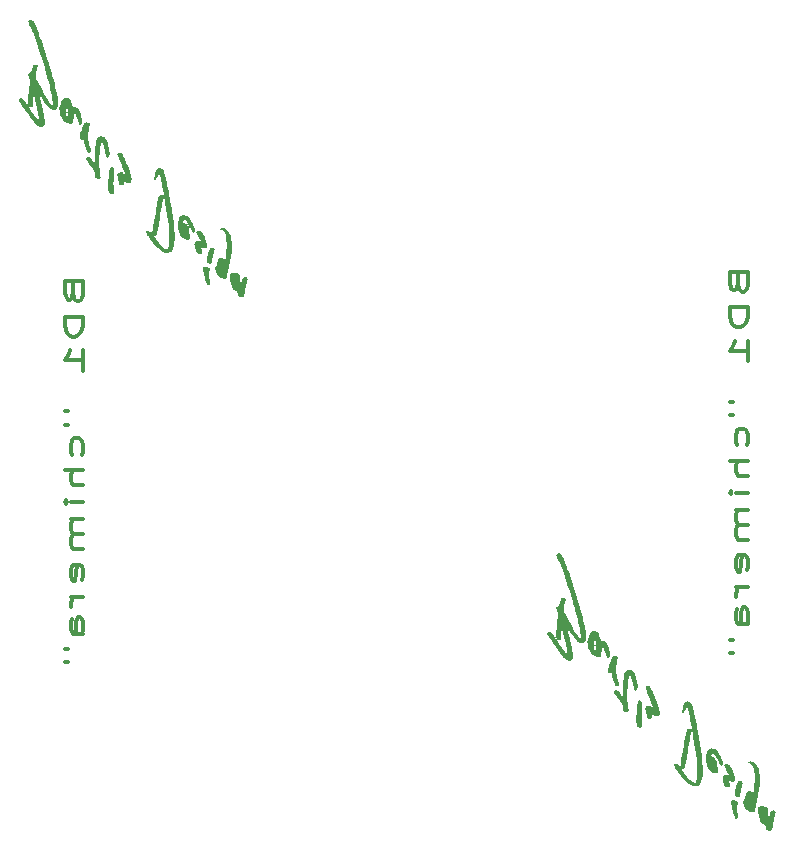
<source format=gbr>
%TF.GenerationSoftware,KiCad,Pcbnew,9.0.0-1.fc40*%
%TF.CreationDate,2025-05-08T22:38:50+02:00*%
%TF.ProjectId,CNC pcb,434e4320-7063-4622-9e6b-696361645f70,rev?*%
%TF.SameCoordinates,Original*%
%TF.FileFunction,Legend,Bot*%
%TF.FilePolarity,Positive*%
%FSLAX46Y46*%
G04 Gerber Fmt 4.6, Leading zero omitted, Abs format (unit mm)*
G04 Created by KiCad (PCBNEW 9.0.0-1.fc40) date 2025-05-08 22:38:50*
%MOMM*%
%LPD*%
G01*
G04 APERTURE LIST*
%ADD10C,0.300000*%
%ADD11C,0.000000*%
G04 APERTURE END LIST*
D10*
X138015114Y-80771871D02*
X138086542Y-81200443D01*
X138086542Y-81200443D02*
X138157971Y-81343300D01*
X138157971Y-81343300D02*
X138300828Y-81486157D01*
X138300828Y-81486157D02*
X138515114Y-81486157D01*
X138515114Y-81486157D02*
X138657971Y-81343300D01*
X138657971Y-81343300D02*
X138729400Y-81200443D01*
X138729400Y-81200443D02*
X138800828Y-80914728D01*
X138800828Y-80914728D02*
X138800828Y-79771871D01*
X138800828Y-79771871D02*
X137300828Y-79771871D01*
X137300828Y-79771871D02*
X137300828Y-80771871D01*
X137300828Y-80771871D02*
X137372257Y-81057586D01*
X137372257Y-81057586D02*
X137443685Y-81200443D01*
X137443685Y-81200443D02*
X137586542Y-81343300D01*
X137586542Y-81343300D02*
X137729400Y-81343300D01*
X137729400Y-81343300D02*
X137872257Y-81200443D01*
X137872257Y-81200443D02*
X137943685Y-81057586D01*
X137943685Y-81057586D02*
X138015114Y-80771871D01*
X138015114Y-80771871D02*
X138015114Y-79771871D01*
X138800828Y-82771871D02*
X137300828Y-82771871D01*
X137300828Y-82771871D02*
X137300828Y-83486157D01*
X137300828Y-83486157D02*
X137372257Y-83914728D01*
X137372257Y-83914728D02*
X137515114Y-84200443D01*
X137515114Y-84200443D02*
X137657971Y-84343300D01*
X137657971Y-84343300D02*
X137943685Y-84486157D01*
X137943685Y-84486157D02*
X138157971Y-84486157D01*
X138157971Y-84486157D02*
X138443685Y-84343300D01*
X138443685Y-84343300D02*
X138586542Y-84200443D01*
X138586542Y-84200443D02*
X138729400Y-83914728D01*
X138729400Y-83914728D02*
X138800828Y-83486157D01*
X138800828Y-83486157D02*
X138800828Y-82771871D01*
X138800828Y-87343300D02*
X138800828Y-85629014D01*
X138800828Y-86486157D02*
X137300828Y-86486157D01*
X137300828Y-86486157D02*
X137515114Y-86200443D01*
X137515114Y-86200443D02*
X137657971Y-85914728D01*
X137657971Y-85914728D02*
X137729400Y-85629014D01*
X137300828Y-90771871D02*
X137586542Y-90771871D01*
X137300828Y-91914728D02*
X137586542Y-91914728D01*
X138729400Y-94486157D02*
X138800828Y-94200442D01*
X138800828Y-94200442D02*
X138800828Y-93629014D01*
X138800828Y-93629014D02*
X138729400Y-93343299D01*
X138729400Y-93343299D02*
X138657971Y-93200442D01*
X138657971Y-93200442D02*
X138515114Y-93057585D01*
X138515114Y-93057585D02*
X138086542Y-93057585D01*
X138086542Y-93057585D02*
X137943685Y-93200442D01*
X137943685Y-93200442D02*
X137872257Y-93343299D01*
X137872257Y-93343299D02*
X137800828Y-93629014D01*
X137800828Y-93629014D02*
X137800828Y-94200442D01*
X137800828Y-94200442D02*
X137872257Y-94486157D01*
X138800828Y-95771871D02*
X137300828Y-95771871D01*
X138800828Y-97057586D02*
X138015114Y-97057586D01*
X138015114Y-97057586D02*
X137872257Y-96914728D01*
X137872257Y-96914728D02*
X137800828Y-96629014D01*
X137800828Y-96629014D02*
X137800828Y-96200443D01*
X137800828Y-96200443D02*
X137872257Y-95914728D01*
X137872257Y-95914728D02*
X137943685Y-95771871D01*
X138800828Y-98486157D02*
X137800828Y-98486157D01*
X137300828Y-98486157D02*
X137372257Y-98343300D01*
X137372257Y-98343300D02*
X137443685Y-98486157D01*
X137443685Y-98486157D02*
X137372257Y-98629014D01*
X137372257Y-98629014D02*
X137300828Y-98486157D01*
X137300828Y-98486157D02*
X137443685Y-98486157D01*
X138800828Y-99914728D02*
X137800828Y-99914728D01*
X137943685Y-99914728D02*
X137872257Y-100057585D01*
X137872257Y-100057585D02*
X137800828Y-100343300D01*
X137800828Y-100343300D02*
X137800828Y-100771871D01*
X137800828Y-100771871D02*
X137872257Y-101057585D01*
X137872257Y-101057585D02*
X138015114Y-101200443D01*
X138015114Y-101200443D02*
X138800828Y-101200443D01*
X138015114Y-101200443D02*
X137872257Y-101343300D01*
X137872257Y-101343300D02*
X137800828Y-101629014D01*
X137800828Y-101629014D02*
X137800828Y-102057585D01*
X137800828Y-102057585D02*
X137872257Y-102343300D01*
X137872257Y-102343300D02*
X138015114Y-102486157D01*
X138015114Y-102486157D02*
X138800828Y-102486157D01*
X138729400Y-105057585D02*
X138800828Y-104771871D01*
X138800828Y-104771871D02*
X138800828Y-104200443D01*
X138800828Y-104200443D02*
X138729400Y-103914728D01*
X138729400Y-103914728D02*
X138586542Y-103771871D01*
X138586542Y-103771871D02*
X138015114Y-103771871D01*
X138015114Y-103771871D02*
X137872257Y-103914728D01*
X137872257Y-103914728D02*
X137800828Y-104200443D01*
X137800828Y-104200443D02*
X137800828Y-104771871D01*
X137800828Y-104771871D02*
X137872257Y-105057585D01*
X137872257Y-105057585D02*
X138015114Y-105200443D01*
X138015114Y-105200443D02*
X138157971Y-105200443D01*
X138157971Y-105200443D02*
X138300828Y-103771871D01*
X138800828Y-106486157D02*
X137800828Y-106486157D01*
X138086542Y-106486157D02*
X137943685Y-106629014D01*
X137943685Y-106629014D02*
X137872257Y-106771872D01*
X137872257Y-106771872D02*
X137800828Y-107057586D01*
X137800828Y-107057586D02*
X137800828Y-107343300D01*
X138800828Y-109629015D02*
X138015114Y-109629015D01*
X138015114Y-109629015D02*
X137872257Y-109486157D01*
X137872257Y-109486157D02*
X137800828Y-109200443D01*
X137800828Y-109200443D02*
X137800828Y-108629015D01*
X137800828Y-108629015D02*
X137872257Y-108343300D01*
X138729400Y-109629015D02*
X138800828Y-109343300D01*
X138800828Y-109343300D02*
X138800828Y-108629015D01*
X138800828Y-108629015D02*
X138729400Y-108343300D01*
X138729400Y-108343300D02*
X138586542Y-108200443D01*
X138586542Y-108200443D02*
X138443685Y-108200443D01*
X138443685Y-108200443D02*
X138300828Y-108343300D01*
X138300828Y-108343300D02*
X138229400Y-108629015D01*
X138229400Y-108629015D02*
X138229400Y-109343300D01*
X138229400Y-109343300D02*
X138157971Y-109629015D01*
X137300828Y-110914729D02*
X137586542Y-110914729D01*
X137300828Y-112057586D02*
X137586542Y-112057586D01*
X81715114Y-81571871D02*
X81786542Y-82000443D01*
X81786542Y-82000443D02*
X81857971Y-82143300D01*
X81857971Y-82143300D02*
X82000828Y-82286157D01*
X82000828Y-82286157D02*
X82215114Y-82286157D01*
X82215114Y-82286157D02*
X82357971Y-82143300D01*
X82357971Y-82143300D02*
X82429400Y-82000443D01*
X82429400Y-82000443D02*
X82500828Y-81714728D01*
X82500828Y-81714728D02*
X82500828Y-80571871D01*
X82500828Y-80571871D02*
X81000828Y-80571871D01*
X81000828Y-80571871D02*
X81000828Y-81571871D01*
X81000828Y-81571871D02*
X81072257Y-81857586D01*
X81072257Y-81857586D02*
X81143685Y-82000443D01*
X81143685Y-82000443D02*
X81286542Y-82143300D01*
X81286542Y-82143300D02*
X81429400Y-82143300D01*
X81429400Y-82143300D02*
X81572257Y-82000443D01*
X81572257Y-82000443D02*
X81643685Y-81857586D01*
X81643685Y-81857586D02*
X81715114Y-81571871D01*
X81715114Y-81571871D02*
X81715114Y-80571871D01*
X82500828Y-83571871D02*
X81000828Y-83571871D01*
X81000828Y-83571871D02*
X81000828Y-84286157D01*
X81000828Y-84286157D02*
X81072257Y-84714728D01*
X81072257Y-84714728D02*
X81215114Y-85000443D01*
X81215114Y-85000443D02*
X81357971Y-85143300D01*
X81357971Y-85143300D02*
X81643685Y-85286157D01*
X81643685Y-85286157D02*
X81857971Y-85286157D01*
X81857971Y-85286157D02*
X82143685Y-85143300D01*
X82143685Y-85143300D02*
X82286542Y-85000443D01*
X82286542Y-85000443D02*
X82429400Y-84714728D01*
X82429400Y-84714728D02*
X82500828Y-84286157D01*
X82500828Y-84286157D02*
X82500828Y-83571871D01*
X82500828Y-88143300D02*
X82500828Y-86429014D01*
X82500828Y-87286157D02*
X81000828Y-87286157D01*
X81000828Y-87286157D02*
X81215114Y-87000443D01*
X81215114Y-87000443D02*
X81357971Y-86714728D01*
X81357971Y-86714728D02*
X81429400Y-86429014D01*
X81000828Y-91571871D02*
X81286542Y-91571871D01*
X81000828Y-92714728D02*
X81286542Y-92714728D01*
X82429400Y-95286157D02*
X82500828Y-95000442D01*
X82500828Y-95000442D02*
X82500828Y-94429014D01*
X82500828Y-94429014D02*
X82429400Y-94143299D01*
X82429400Y-94143299D02*
X82357971Y-94000442D01*
X82357971Y-94000442D02*
X82215114Y-93857585D01*
X82215114Y-93857585D02*
X81786542Y-93857585D01*
X81786542Y-93857585D02*
X81643685Y-94000442D01*
X81643685Y-94000442D02*
X81572257Y-94143299D01*
X81572257Y-94143299D02*
X81500828Y-94429014D01*
X81500828Y-94429014D02*
X81500828Y-95000442D01*
X81500828Y-95000442D02*
X81572257Y-95286157D01*
X82500828Y-96571871D02*
X81000828Y-96571871D01*
X82500828Y-97857586D02*
X81715114Y-97857586D01*
X81715114Y-97857586D02*
X81572257Y-97714728D01*
X81572257Y-97714728D02*
X81500828Y-97429014D01*
X81500828Y-97429014D02*
X81500828Y-97000443D01*
X81500828Y-97000443D02*
X81572257Y-96714728D01*
X81572257Y-96714728D02*
X81643685Y-96571871D01*
X82500828Y-99286157D02*
X81500828Y-99286157D01*
X81000828Y-99286157D02*
X81072257Y-99143300D01*
X81072257Y-99143300D02*
X81143685Y-99286157D01*
X81143685Y-99286157D02*
X81072257Y-99429014D01*
X81072257Y-99429014D02*
X81000828Y-99286157D01*
X81000828Y-99286157D02*
X81143685Y-99286157D01*
X82500828Y-100714728D02*
X81500828Y-100714728D01*
X81643685Y-100714728D02*
X81572257Y-100857585D01*
X81572257Y-100857585D02*
X81500828Y-101143300D01*
X81500828Y-101143300D02*
X81500828Y-101571871D01*
X81500828Y-101571871D02*
X81572257Y-101857585D01*
X81572257Y-101857585D02*
X81715114Y-102000443D01*
X81715114Y-102000443D02*
X82500828Y-102000443D01*
X81715114Y-102000443D02*
X81572257Y-102143300D01*
X81572257Y-102143300D02*
X81500828Y-102429014D01*
X81500828Y-102429014D02*
X81500828Y-102857585D01*
X81500828Y-102857585D02*
X81572257Y-103143300D01*
X81572257Y-103143300D02*
X81715114Y-103286157D01*
X81715114Y-103286157D02*
X82500828Y-103286157D01*
X82429400Y-105857585D02*
X82500828Y-105571871D01*
X82500828Y-105571871D02*
X82500828Y-105000443D01*
X82500828Y-105000443D02*
X82429400Y-104714728D01*
X82429400Y-104714728D02*
X82286542Y-104571871D01*
X82286542Y-104571871D02*
X81715114Y-104571871D01*
X81715114Y-104571871D02*
X81572257Y-104714728D01*
X81572257Y-104714728D02*
X81500828Y-105000443D01*
X81500828Y-105000443D02*
X81500828Y-105571871D01*
X81500828Y-105571871D02*
X81572257Y-105857585D01*
X81572257Y-105857585D02*
X81715114Y-106000443D01*
X81715114Y-106000443D02*
X81857971Y-106000443D01*
X81857971Y-106000443D02*
X82000828Y-104571871D01*
X82500828Y-107286157D02*
X81500828Y-107286157D01*
X81786542Y-107286157D02*
X81643685Y-107429014D01*
X81643685Y-107429014D02*
X81572257Y-107571872D01*
X81572257Y-107571872D02*
X81500828Y-107857586D01*
X81500828Y-107857586D02*
X81500828Y-108143300D01*
X82500828Y-110429015D02*
X81715114Y-110429015D01*
X81715114Y-110429015D02*
X81572257Y-110286157D01*
X81572257Y-110286157D02*
X81500828Y-110000443D01*
X81500828Y-110000443D02*
X81500828Y-109429015D01*
X81500828Y-109429015D02*
X81572257Y-109143300D01*
X82429400Y-110429015D02*
X82500828Y-110143300D01*
X82500828Y-110143300D02*
X82500828Y-109429015D01*
X82500828Y-109429015D02*
X82429400Y-109143300D01*
X82429400Y-109143300D02*
X82286542Y-109000443D01*
X82286542Y-109000443D02*
X82143685Y-109000443D01*
X82143685Y-109000443D02*
X82000828Y-109143300D01*
X82000828Y-109143300D02*
X81929400Y-109429015D01*
X81929400Y-109429015D02*
X81929400Y-110143300D01*
X81929400Y-110143300D02*
X81857971Y-110429015D01*
X81000828Y-111714729D02*
X81286542Y-111714729D01*
X81000828Y-112857586D02*
X81286542Y-112857586D01*
D11*
%TO.C,REF\u002A\u002A*%
G36*
X93494177Y-77721839D02*
G01*
X93578349Y-77739514D01*
X93633924Y-77767827D01*
X93654612Y-77801531D01*
X93673135Y-77880204D01*
X93672718Y-77963161D01*
X93651236Y-78019498D01*
X93642954Y-78032371D01*
X93618269Y-78099760D01*
X93588689Y-78207460D01*
X93557352Y-78340751D01*
X93527397Y-78484919D01*
X93501961Y-78625248D01*
X93484185Y-78747021D01*
X93477205Y-78835522D01*
X93475141Y-78903445D01*
X93460245Y-78982474D01*
X93421407Y-79032057D01*
X93347481Y-79072555D01*
X93311737Y-79082651D01*
X93214947Y-79075476D01*
X93120676Y-79034362D01*
X93057549Y-78969487D01*
X93047877Y-78938690D01*
X93041346Y-78840092D01*
X93049830Y-78699168D01*
X93072412Y-78527408D01*
X93108172Y-78336309D01*
X93149811Y-78156739D01*
X93202934Y-77978411D01*
X93259394Y-77851552D01*
X93322787Y-77770282D01*
X93396712Y-77728726D01*
X93484764Y-77721007D01*
X93494177Y-77721839D01*
G37*
G36*
X85027238Y-70881128D02*
G01*
X85092101Y-70937355D01*
X85133369Y-71047894D01*
X85151413Y-71213912D01*
X85146614Y-71436576D01*
X85135913Y-71632639D01*
X85127371Y-71861703D01*
X85122510Y-72089702D01*
X85121291Y-72306492D01*
X85123677Y-72501927D01*
X85129628Y-72665866D01*
X85139105Y-72788160D01*
X85152068Y-72858669D01*
X85172579Y-72937589D01*
X85178680Y-73048043D01*
X85159172Y-73138241D01*
X85116115Y-73189218D01*
X85106167Y-73193477D01*
X84998201Y-73211048D01*
X84884566Y-73191771D01*
X84795897Y-73140323D01*
X84789837Y-73133874D01*
X84740051Y-73053126D01*
X84708318Y-72956038D01*
X84708137Y-72955010D01*
X84697695Y-72853845D01*
X84691470Y-72703879D01*
X84689259Y-72517999D01*
X84690861Y-72309087D01*
X84696069Y-72090032D01*
X84704682Y-71873716D01*
X84716495Y-71673025D01*
X84731305Y-71500844D01*
X84738481Y-71431249D01*
X84747473Y-71338108D01*
X84752074Y-71282139D01*
X84756808Y-71232910D01*
X84787317Y-71102820D01*
X84837452Y-70989566D01*
X84899373Y-70908172D01*
X84965241Y-70873661D01*
X85027238Y-70881128D01*
G37*
G36*
X93039267Y-79353199D02*
G01*
X93134164Y-79405139D01*
X93145608Y-79414386D01*
X93210155Y-79465899D01*
X93250670Y-79497207D01*
X93259755Y-79505227D01*
X93286227Y-79569695D01*
X93279916Y-79653250D01*
X93241864Y-79728474D01*
X93198703Y-79778768D01*
X93170615Y-79812343D01*
X93167857Y-79820939D01*
X93168187Y-79879276D01*
X93177959Y-79975907D01*
X93194704Y-80094474D01*
X93215954Y-80218624D01*
X93239237Y-80332004D01*
X93262088Y-80418259D01*
X93279964Y-80477581D01*
X93312327Y-80652433D01*
X93302154Y-80787354D01*
X93249892Y-80880202D01*
X93155987Y-80928826D01*
X93137684Y-80931188D01*
X93106869Y-80918865D01*
X93073767Y-80873828D01*
X93027533Y-80783829D01*
X93022887Y-80774138D01*
X92957330Y-80618232D01*
X92895395Y-80438152D01*
X92839185Y-80244239D01*
X92790801Y-80046835D01*
X92752350Y-79856283D01*
X92725932Y-79682923D01*
X92713650Y-79537098D01*
X92717607Y-79429151D01*
X92739909Y-79369421D01*
X92751797Y-79363593D01*
X92812181Y-79351092D01*
X92901342Y-79341908D01*
X92920416Y-79340924D01*
X93039267Y-79353199D01*
G37*
G36*
X82848934Y-67118472D02*
G01*
X82907075Y-67134600D01*
X82991861Y-67152664D01*
X83012399Y-67157032D01*
X83108281Y-67196654D01*
X83156564Y-67254537D01*
X83150067Y-67322950D01*
X83081445Y-67483267D01*
X83009037Y-67770726D01*
X82981243Y-68096397D01*
X82998039Y-68457310D01*
X83059401Y-68850496D01*
X83165306Y-69272986D01*
X83176824Y-69314218D01*
X83205610Y-69475327D01*
X83194150Y-69591950D01*
X83141651Y-69666979D01*
X83047320Y-69703302D01*
X83029069Y-69705677D01*
X82987834Y-69700495D01*
X82953197Y-69666416D01*
X82908558Y-69589872D01*
X82872197Y-69516261D01*
X82794635Y-69318764D01*
X82722985Y-69082376D01*
X82662324Y-68822918D01*
X82636811Y-68699513D01*
X82617056Y-68624811D01*
X82596762Y-68587554D01*
X82569548Y-68576039D01*
X82529030Y-68578565D01*
X82463259Y-68579123D01*
X82369058Y-68562958D01*
X82363878Y-68561269D01*
X82306275Y-68536598D01*
X82268772Y-68501953D01*
X82251653Y-68449315D01*
X82255205Y-68370673D01*
X82279715Y-68258010D01*
X82325466Y-68103312D01*
X82392745Y-67898564D01*
X82439962Y-67758409D01*
X82494519Y-67597256D01*
X82540779Y-67461481D01*
X82574941Y-67362229D01*
X82593206Y-67310648D01*
X82607216Y-67283821D01*
X82660071Y-67221163D01*
X82729150Y-67162480D01*
X82795864Y-67122379D01*
X82841626Y-67115462D01*
X82848934Y-67118472D01*
G37*
G36*
X92471147Y-76294517D02*
G01*
X92559834Y-76342859D01*
X92571174Y-76355664D01*
X92622523Y-76433083D01*
X92687548Y-76552161D01*
X92759660Y-76700270D01*
X92832267Y-76864783D01*
X92841977Y-76886702D01*
X92868609Y-76938090D01*
X92900934Y-77000791D01*
X92945439Y-77114603D01*
X92987550Y-77247009D01*
X93021908Y-77379044D01*
X93043159Y-77491742D01*
X93045950Y-77566134D01*
X93026783Y-77639235D01*
X92960450Y-77744406D01*
X92861827Y-77801092D01*
X92738827Y-77805935D01*
X92599366Y-77755579D01*
X92471631Y-77685945D01*
X92524405Y-77786679D01*
X92525636Y-77789023D01*
X92576140Y-77880638D01*
X92623836Y-77960574D01*
X92647894Y-78029559D01*
X92638070Y-78135598D01*
X92614320Y-78199090D01*
X92580389Y-78236578D01*
X92518422Y-78255631D01*
X92500057Y-78258842D01*
X92377173Y-78253704D01*
X92264826Y-78209752D01*
X92186823Y-78135606D01*
X92143467Y-78049241D01*
X92095737Y-77923804D01*
X92051514Y-77780878D01*
X92014587Y-77635523D01*
X91988746Y-77502802D01*
X91977783Y-77397776D01*
X91985485Y-77335507D01*
X91986991Y-77332616D01*
X92063640Y-77251219D01*
X92182643Y-77203714D01*
X92331777Y-77195063D01*
X92493182Y-77207589D01*
X92384084Y-76941391D01*
X92364811Y-76894965D01*
X92306392Y-76760134D01*
X92251069Y-76639871D01*
X92208656Y-76555750D01*
X92166430Y-76472951D01*
X92141501Y-76386353D01*
X92163695Y-76331880D01*
X92237809Y-76301475D01*
X92368641Y-76287083D01*
X92471147Y-76294517D01*
G37*
G36*
X95320699Y-79867596D02*
G01*
X95424661Y-79878685D01*
X95541107Y-79896775D01*
X95651509Y-79918345D01*
X95737342Y-79939873D01*
X95780080Y-79957842D01*
X95786379Y-79979989D01*
X95794649Y-80053986D01*
X95801637Y-80165951D01*
X95806289Y-80302034D01*
X95814041Y-80491164D01*
X95828313Y-80646813D01*
X95847995Y-80756081D01*
X95872139Y-80813772D01*
X95899796Y-80814687D01*
X95900531Y-80813895D01*
X95920598Y-80768383D01*
X95945415Y-80680764D01*
X95969787Y-80569260D01*
X95973543Y-80550120D01*
X96014599Y-80399683D01*
X96070534Y-80300651D01*
X96149017Y-80243709D01*
X96257715Y-80219545D01*
X96300038Y-80217503D01*
X96401313Y-80235230D01*
X96457390Y-80291648D01*
X96469937Y-80389607D01*
X96440624Y-80531961D01*
X96427796Y-80578129D01*
X96395417Y-80714213D01*
X96358415Y-80889958D01*
X96319696Y-81090604D01*
X96282162Y-81301385D01*
X96248718Y-81507536D01*
X96231566Y-81606842D01*
X96203379Y-81734114D01*
X96174498Y-81830767D01*
X96149049Y-81881328D01*
X96133384Y-81894852D01*
X96039332Y-81935076D01*
X95924041Y-81942265D01*
X95814509Y-81913797D01*
X95770569Y-81886861D01*
X95733193Y-81842646D01*
X95698882Y-81768558D01*
X95658690Y-81649419D01*
X95588614Y-81426454D01*
X95446296Y-81375150D01*
X95401440Y-81357840D01*
X95316750Y-81318647D01*
X95266150Y-81286015D01*
X95253675Y-81268410D01*
X95219364Y-81194011D01*
X95177588Y-81080601D01*
X95132893Y-80942619D01*
X95089828Y-80794509D01*
X95052937Y-80650712D01*
X95026768Y-80525670D01*
X95015839Y-80459115D01*
X94994088Y-80292532D01*
X94982391Y-80144922D01*
X94981594Y-80030206D01*
X94992542Y-79962303D01*
X94998054Y-79951944D01*
X95060344Y-79903428D01*
X95165472Y-79873300D01*
X95298316Y-79866306D01*
X95320699Y-79867596D01*
G37*
G36*
X91150496Y-74987776D02*
G01*
X91272277Y-75015606D01*
X91351396Y-75048632D01*
X91479586Y-75136968D01*
X91597690Y-75269994D01*
X91714209Y-75456184D01*
X91839982Y-75703302D01*
X91938752Y-75948020D01*
X91990882Y-76154561D01*
X91996201Y-76322217D01*
X91954537Y-76450282D01*
X91934615Y-76479083D01*
X91904792Y-76499063D01*
X91871298Y-76484580D01*
X91828814Y-76430053D01*
X91772021Y-76329899D01*
X91695600Y-76178538D01*
X91681347Y-76149704D01*
X91555308Y-75906203D01*
X91437799Y-75699493D01*
X91331679Y-75533748D01*
X91239811Y-75413146D01*
X91165054Y-75341861D01*
X91110270Y-75324072D01*
X91084086Y-75352093D01*
X91053410Y-75420294D01*
X91028698Y-75505032D01*
X91018257Y-75582943D01*
X91023984Y-75615884D01*
X91058127Y-75645035D01*
X91137540Y-75669496D01*
X91150993Y-75673064D01*
X91248896Y-75713519D01*
X91325370Y-75766454D01*
X91327917Y-75769029D01*
X91382927Y-75837995D01*
X91436153Y-75924008D01*
X91475393Y-76005145D01*
X91488446Y-76059483D01*
X91488775Y-76076722D01*
X91495693Y-76143549D01*
X91508611Y-76236687D01*
X91516438Y-76289363D01*
X91527436Y-76369737D01*
X91531699Y-76410966D01*
X91532081Y-76415839D01*
X91542822Y-76467029D01*
X91563760Y-76545969D01*
X91577601Y-76602472D01*
X91595361Y-76749661D01*
X91588104Y-76883444D01*
X91556209Y-76981982D01*
X91518867Y-77025174D01*
X91459943Y-77045784D01*
X91360315Y-77048640D01*
X91198964Y-77024057D01*
X91025309Y-76942657D01*
X90876757Y-76806117D01*
X90754874Y-76615950D01*
X90661227Y-76373671D01*
X90639679Y-76298299D01*
X90588312Y-76079815D01*
X90565329Y-75889936D01*
X90569304Y-75709087D01*
X90598808Y-75517697D01*
X90606154Y-75481256D01*
X90627287Y-75366235D01*
X90640326Y-75278524D01*
X90642690Y-75234764D01*
X90646362Y-75217691D01*
X90681511Y-75163409D01*
X90742633Y-75094771D01*
X90810059Y-75034486D01*
X90889263Y-74993670D01*
X90991926Y-74977976D01*
X91021031Y-74977081D01*
X91150496Y-74987776D01*
G37*
G36*
X85792971Y-69694182D02*
G01*
X85834926Y-69705671D01*
X85836026Y-69706844D01*
X85863732Y-69751711D01*
X85907028Y-69836157D01*
X85958210Y-69943590D01*
X86009572Y-70057412D01*
X86053409Y-70161031D01*
X86082018Y-70237850D01*
X86083259Y-70241675D01*
X86113825Y-70321352D01*
X86161624Y-70432174D01*
X86216869Y-70551387D01*
X86220798Y-70559571D01*
X86276596Y-70678510D01*
X86325333Y-70786881D01*
X86356854Y-70862136D01*
X86397855Y-70971079D01*
X86451928Y-71118851D01*
X86501158Y-71257578D01*
X86541294Y-71375011D01*
X86568082Y-71458896D01*
X86577267Y-71496985D01*
X86577775Y-71505770D01*
X86590029Y-71562376D01*
X86613695Y-71645198D01*
X86638685Y-71737887D01*
X86661308Y-71919919D01*
X86643026Y-72067774D01*
X86588419Y-72177055D01*
X86502055Y-72243367D01*
X86388512Y-72262316D01*
X86252364Y-72229507D01*
X86098183Y-72140544D01*
X86080516Y-72128203D01*
X86018077Y-72094811D01*
X85982340Y-72091912D01*
X85978204Y-72096854D01*
X85980448Y-72126699D01*
X85997096Y-72140319D01*
X86042881Y-72215761D01*
X86041342Y-72299696D01*
X85999635Y-72377171D01*
X85924916Y-72433234D01*
X85824339Y-72452932D01*
X85778361Y-72447115D01*
X85690701Y-72402485D01*
X85618614Y-72310234D01*
X85559074Y-72165673D01*
X85509057Y-71964115D01*
X85493027Y-71882395D01*
X85464938Y-71723084D01*
X85451718Y-71609133D01*
X85453177Y-71530079D01*
X85469122Y-71475465D01*
X85499362Y-71434829D01*
X85512863Y-71422882D01*
X85608170Y-71373804D01*
X85731515Y-71345879D01*
X85855799Y-71345871D01*
X85892635Y-71353879D01*
X85950433Y-71389368D01*
X86008026Y-71465616D01*
X86052629Y-71533048D01*
X86100213Y-71591782D01*
X86121873Y-71595657D01*
X86117847Y-71545467D01*
X86088376Y-71442005D01*
X86033697Y-71286068D01*
X85954050Y-71078449D01*
X85849674Y-70819941D01*
X85720808Y-70511341D01*
X85686890Y-70430896D01*
X85611732Y-70250646D01*
X85546556Y-70091596D01*
X85494970Y-69962704D01*
X85460580Y-69872923D01*
X85446991Y-69831211D01*
X85446945Y-69830863D01*
X85465158Y-69761751D01*
X85539281Y-69715161D01*
X85666860Y-69692640D01*
X85712445Y-69690830D01*
X85792971Y-69694182D01*
G37*
G36*
X94457540Y-76083673D02*
G01*
X94568213Y-76110587D01*
X94667425Y-76154815D01*
X94746036Y-76211607D01*
X94818058Y-76295160D01*
X94899451Y-76420405D01*
X94920046Y-76454726D01*
X94993083Y-76586443D01*
X95040906Y-76700529D01*
X95072904Y-76823470D01*
X95098472Y-76981760D01*
X95107312Y-77062328D01*
X95118085Y-77222031D01*
X95125506Y-77412712D01*
X95129461Y-77618891D01*
X95129832Y-77825089D01*
X95126504Y-78015829D01*
X95119361Y-78175631D01*
X95108286Y-78289017D01*
X95092659Y-78384615D01*
X95057377Y-78580409D01*
X95013543Y-78807465D01*
X94964860Y-79047681D01*
X94915027Y-79282955D01*
X94867746Y-79495184D01*
X94826717Y-79666267D01*
X94800690Y-79775535D01*
X94770796Y-79921863D01*
X94750889Y-80046073D01*
X94744316Y-80129352D01*
X94736492Y-80221662D01*
X94690985Y-80312828D01*
X94604291Y-80359084D01*
X94475466Y-80360831D01*
X94303562Y-80318478D01*
X94208793Y-80276960D01*
X94052809Y-80160982D01*
X93918002Y-79998982D01*
X93811750Y-79800703D01*
X93776972Y-79689519D01*
X94228675Y-79689519D01*
X94239906Y-79733457D01*
X94258875Y-79745113D01*
X94304402Y-79734751D01*
X94321668Y-79710196D01*
X94325471Y-79663816D01*
X94293538Y-79642082D01*
X94259430Y-79651114D01*
X94228675Y-79689519D01*
X93776972Y-79689519D01*
X93741429Y-79575888D01*
X93734888Y-79531774D01*
X93741328Y-79418009D01*
X93776741Y-79322514D01*
X93834866Y-79266057D01*
X93840756Y-79261450D01*
X93850636Y-79242321D01*
X93867077Y-79210491D01*
X93896061Y-79118422D01*
X93922429Y-79001206D01*
X93949882Y-78877485D01*
X94000276Y-78740158D01*
X94067997Y-78651987D01*
X94159655Y-78605462D01*
X94281862Y-78593077D01*
X94315404Y-78594293D01*
X94423189Y-78614974D01*
X94497715Y-78665917D01*
X94515564Y-78683978D01*
X94559031Y-78712417D01*
X94583994Y-78692263D01*
X94584089Y-78692050D01*
X94615282Y-78588636D01*
X94642342Y-78435224D01*
X94664692Y-78243709D01*
X94681759Y-78025985D01*
X94692967Y-77793944D01*
X94697741Y-77559481D01*
X94695506Y-77334490D01*
X94685687Y-77130863D01*
X94667710Y-76960497D01*
X94665871Y-76948293D01*
X94614468Y-76698113D01*
X94545143Y-76497955D01*
X94459460Y-76350543D01*
X94358985Y-76258601D01*
X94245280Y-76224855D01*
X94229028Y-76224274D01*
X94156918Y-76216009D01*
X94133163Y-76193318D01*
X94146025Y-76146996D01*
X94164819Y-76123945D01*
X94237073Y-76091969D01*
X94340903Y-76078005D01*
X94457540Y-76083673D01*
G37*
G36*
X81249407Y-65069785D02*
G01*
X81298165Y-65087300D01*
X81404472Y-65152293D01*
X81489119Y-65253222D01*
X81558151Y-65398748D01*
X81617612Y-65597538D01*
X81624502Y-65624897D01*
X81659811Y-65746919D01*
X81692760Y-65818519D01*
X81729188Y-65848979D01*
X81774936Y-65847584D01*
X81789302Y-65845495D01*
X81861234Y-65850066D01*
X81953131Y-65868308D01*
X82007644Y-65884722D01*
X82090046Y-65930031D01*
X82159536Y-66009552D01*
X82218574Y-66114389D01*
X82281699Y-66271315D01*
X82338731Y-66455203D01*
X82385693Y-66649395D01*
X82418607Y-66837235D01*
X82433497Y-67002064D01*
X82426385Y-67127228D01*
X82414241Y-67176589D01*
X82372311Y-67271066D01*
X82318867Y-67326341D01*
X82262920Y-67331174D01*
X82256034Y-67324845D01*
X82225717Y-67271647D01*
X82182397Y-67174639D01*
X82130801Y-67044882D01*
X82075662Y-66893432D01*
X82041794Y-66796660D01*
X81974852Y-66608385D01*
X81923317Y-66469426D01*
X81884362Y-66373055D01*
X81855160Y-66312546D01*
X81832891Y-66281173D01*
X81814725Y-66272210D01*
X81813188Y-66272341D01*
X81790215Y-66305365D01*
X81769580Y-66389640D01*
X81753111Y-66515049D01*
X81742634Y-66671479D01*
X81736178Y-66759758D01*
X81716202Y-66901299D01*
X81687657Y-67033315D01*
X81654570Y-67138339D01*
X81620970Y-67198904D01*
X81615837Y-67203694D01*
X81536543Y-67240245D01*
X81438235Y-67245788D01*
X81354013Y-67217957D01*
X81352112Y-67216676D01*
X81281890Y-67180274D01*
X81193136Y-67146214D01*
X81017582Y-67058923D01*
X80861606Y-66912979D01*
X80728383Y-66709442D01*
X80630145Y-66477153D01*
X81081757Y-66477153D01*
X81086073Y-66497730D01*
X81112801Y-66560753D01*
X81152098Y-66625223D01*
X81191171Y-66671857D01*
X81217230Y-66681371D01*
X81231094Y-66653642D01*
X81249012Y-66571846D01*
X81262499Y-66456951D01*
X81270227Y-66326235D01*
X81270862Y-66196977D01*
X81263073Y-66086456D01*
X81249841Y-65999371D01*
X81224828Y-65870448D01*
X81199092Y-65768999D01*
X81194316Y-65753804D01*
X81170536Y-65687302D01*
X81154175Y-65670576D01*
X81137950Y-65694786D01*
X81125251Y-65748993D01*
X81115942Y-65841578D01*
X81111285Y-65950993D01*
X81111645Y-66057599D01*
X81117386Y-66141757D01*
X81128874Y-66183829D01*
X81136946Y-66195506D01*
X81148249Y-66259309D01*
X81138421Y-66336472D01*
X81110392Y-66393693D01*
X81096441Y-66412895D01*
X81081757Y-66477153D01*
X80630145Y-66477153D01*
X80617983Y-66448396D01*
X80612337Y-66431230D01*
X80578839Y-66296433D01*
X80556020Y-66145911D01*
X80544546Y-65994891D01*
X80545085Y-65858605D01*
X80558301Y-65752283D01*
X80584861Y-65691155D01*
X80607081Y-65656632D01*
X80641082Y-65572975D01*
X80671151Y-65468157D01*
X80693992Y-65385365D01*
X80749470Y-65265871D01*
X80770017Y-65221616D01*
X80874460Y-65111937D01*
X81006585Y-65057225D01*
X81020021Y-65055041D01*
X81138059Y-65051799D01*
X81249407Y-65069785D01*
G37*
G36*
X84175564Y-68317352D02*
G01*
X84274814Y-68328924D01*
X84343994Y-68356716D01*
X84405862Y-68408185D01*
X84414442Y-68417103D01*
X84481824Y-68508406D01*
X84527287Y-68603972D01*
X84530796Y-68615183D01*
X84558538Y-68693136D01*
X84581074Y-68740947D01*
X84582260Y-68742663D01*
X84619001Y-68820155D01*
X84650186Y-68926269D01*
X84671671Y-69039365D01*
X84679312Y-69137799D01*
X84668964Y-69199931D01*
X84662734Y-69211207D01*
X84649492Y-69244709D01*
X84672670Y-69230548D01*
X84676593Y-69227090D01*
X84703552Y-69210454D01*
X84723565Y-69220818D01*
X84739909Y-69266862D01*
X84755863Y-69357267D01*
X84774704Y-69500711D01*
X84780080Y-69544995D01*
X84793509Y-69685952D01*
X84791802Y-69789914D01*
X84770955Y-69876159D01*
X84726959Y-69963961D01*
X84655804Y-70072601D01*
X84637413Y-70097583D01*
X84600694Y-70122953D01*
X84561952Y-70099362D01*
X84538150Y-70066782D01*
X84516830Y-69996961D01*
X84514056Y-69964945D01*
X84492688Y-69886530D01*
X84487926Y-69873873D01*
X84468125Y-69803264D01*
X84442586Y-69695672D01*
X84415619Y-69568862D01*
X84386600Y-69441626D01*
X84346964Y-69292275D01*
X84301456Y-69136697D01*
X84254290Y-68988162D01*
X84209687Y-68859943D01*
X84171865Y-68765312D01*
X84145041Y-68717540D01*
X84135825Y-68709881D01*
X84105278Y-68705820D01*
X84104656Y-68706470D01*
X84082194Y-68758238D01*
X84057256Y-68861995D01*
X84031040Y-69008104D01*
X84004755Y-69186927D01*
X83979600Y-69388825D01*
X83956782Y-69604165D01*
X83937503Y-69823305D01*
X83922967Y-70036609D01*
X83914377Y-70234440D01*
X83913120Y-70313965D01*
X83914783Y-70491819D01*
X83921034Y-70693218D01*
X83931036Y-70903898D01*
X83943954Y-71109600D01*
X83958949Y-71296059D01*
X83975184Y-71449017D01*
X83991823Y-71554211D01*
X83998147Y-71583759D01*
X84019372Y-71697318D01*
X84023799Y-71770181D01*
X84010793Y-71818316D01*
X83979714Y-71857698D01*
X83966814Y-71868514D01*
X83884086Y-71898447D01*
X83779739Y-71898408D01*
X83680918Y-71867507D01*
X83638426Y-71832211D01*
X83581917Y-71734496D01*
X83544069Y-71598383D01*
X83529799Y-71437858D01*
X83521450Y-71332510D01*
X83484912Y-71207040D01*
X83412851Y-71075397D01*
X83298269Y-70921993D01*
X83288073Y-70909222D01*
X83230020Y-70832274D01*
X83154213Y-70727582D01*
X83074330Y-70613961D01*
X83074161Y-70613717D01*
X82974104Y-70471284D01*
X82881165Y-70342947D01*
X82804519Y-70241159D01*
X82753341Y-70178371D01*
X82755225Y-70155580D01*
X82789191Y-70109627D01*
X82858959Y-70068255D01*
X82973713Y-70051925D01*
X83103959Y-70073732D01*
X83136986Y-70085904D01*
X83175406Y-70109171D01*
X83214695Y-70149204D01*
X83262224Y-70215334D01*
X83325358Y-70316897D01*
X83411469Y-70463225D01*
X83439618Y-70508912D01*
X83480602Y-70564584D01*
X83503102Y-70579926D01*
X83509837Y-70548273D01*
X83514204Y-70470758D01*
X83514552Y-70365917D01*
X83514626Y-70321311D01*
X83518679Y-70193811D01*
X83527081Y-70026069D01*
X83538826Y-69832370D01*
X83552908Y-69626999D01*
X83568322Y-69424238D01*
X83584063Y-69238374D01*
X83599125Y-69083690D01*
X83612501Y-68974473D01*
X83621898Y-68917148D01*
X83674115Y-68703399D01*
X83745554Y-68530541D01*
X83832315Y-68408609D01*
X83877056Y-68367121D01*
X83936024Y-68331586D01*
X84010440Y-68316883D01*
X84123444Y-68315618D01*
X84175564Y-68317352D01*
G37*
G36*
X89146029Y-71004779D02*
G01*
X89221562Y-71039351D01*
X89287103Y-71109550D01*
X89357538Y-71226958D01*
X89393359Y-71311103D01*
X89438354Y-71444647D01*
X89488295Y-71613221D01*
X89539663Y-71803754D01*
X89588939Y-72003177D01*
X89632602Y-72198421D01*
X89667132Y-72376416D01*
X89691783Y-72501074D01*
X89721900Y-72626906D01*
X89749628Y-72719477D01*
X89753259Y-72729795D01*
X89782906Y-72844710D01*
X89797513Y-72956358D01*
X89797674Y-72960058D01*
X89807234Y-73052194D01*
X89826790Y-73177272D01*
X89852312Y-73309334D01*
X89855108Y-73322559D01*
X89878462Y-73448440D01*
X89893875Y-73559297D01*
X89898134Y-73632474D01*
X89900688Y-73698008D01*
X89914514Y-73741399D01*
X89926622Y-73774798D01*
X89946350Y-73857701D01*
X89970381Y-73976712D01*
X89995919Y-74118856D01*
X90018096Y-74249211D01*
X90041461Y-74385852D01*
X90059903Y-74492961D01*
X90070710Y-74554723D01*
X90073588Y-74571654D01*
X90086131Y-74650948D01*
X90104807Y-74773046D01*
X90127603Y-74924731D01*
X90152514Y-75092786D01*
X90222110Y-75611917D01*
X90273944Y-76118945D01*
X90301375Y-76569483D01*
X90304383Y-76963818D01*
X90282949Y-77302236D01*
X90237054Y-77585025D01*
X90166680Y-77812470D01*
X90071807Y-77984857D01*
X89952417Y-78102474D01*
X89869791Y-78144426D01*
X89714392Y-78170065D01*
X89534396Y-78147220D01*
X89336028Y-78077665D01*
X89125517Y-77963170D01*
X88909088Y-77805509D01*
X88868922Y-77770569D01*
X88752428Y-77653755D01*
X88621464Y-77505022D01*
X88483045Y-77334108D01*
X88344179Y-77150751D01*
X88211881Y-76964690D01*
X88093161Y-76785662D01*
X88069846Y-76747112D01*
X88542413Y-76747112D01*
X88556302Y-76785109D01*
X88604750Y-76867042D01*
X88714442Y-77027459D01*
X88848820Y-77202916D01*
X88994750Y-77376585D01*
X89139095Y-77531642D01*
X89235828Y-77626248D01*
X89390232Y-77761543D01*
X89513715Y-77845759D01*
X89607705Y-77879785D01*
X89673629Y-77864510D01*
X89705658Y-77824051D01*
X89747473Y-77723708D01*
X89785287Y-77581555D01*
X89816668Y-77409219D01*
X89839179Y-77218328D01*
X89850386Y-77020510D01*
X89852172Y-76851379D01*
X89844816Y-76543586D01*
X89823794Y-76207834D01*
X89788498Y-75838856D01*
X89738318Y-75431385D01*
X89672646Y-74980154D01*
X89590872Y-74479897D01*
X89492387Y-73925346D01*
X89489192Y-73907847D01*
X89464534Y-73767744D01*
X89442640Y-73635516D01*
X89427920Y-73537692D01*
X89426899Y-73530158D01*
X89412655Y-73446819D01*
X89397824Y-73421950D01*
X89378115Y-73456244D01*
X89349238Y-73550394D01*
X89334216Y-73608554D01*
X89299864Y-73765182D01*
X89258391Y-73979760D01*
X89210210Y-74249932D01*
X89155736Y-74573343D01*
X89095380Y-74947637D01*
X89029559Y-75370458D01*
X89010260Y-75492337D01*
X88991764Y-75602293D01*
X88978335Y-75674860D01*
X88976469Y-75683927D01*
X88961938Y-75756499D01*
X88938983Y-75872719D01*
X88910363Y-76018576D01*
X88878837Y-76180059D01*
X88870299Y-76222897D01*
X88836317Y-76376773D01*
X88802402Y-76507726D01*
X88772077Y-76603027D01*
X88748862Y-76649947D01*
X88696889Y-76685376D01*
X88614739Y-76715708D01*
X88566746Y-76727411D01*
X88542413Y-76747112D01*
X88069846Y-76747112D01*
X87995029Y-76623406D01*
X87924500Y-76487660D01*
X87888582Y-76388161D01*
X87868410Y-76291320D01*
X87996356Y-76291320D01*
X88044187Y-76293739D01*
X88145200Y-76322349D01*
X88252047Y-76392011D01*
X88302586Y-76429177D01*
X88366250Y-76466794D01*
X88399154Y-76473339D01*
X88406970Y-76453618D01*
X88423655Y-76382413D01*
X88444147Y-76273306D01*
X88465658Y-76140251D01*
X88487683Y-75994478D01*
X88554969Y-75558967D01*
X88620182Y-75151412D01*
X88682633Y-74775537D01*
X88741629Y-74435066D01*
X88796481Y-74133723D01*
X88846496Y-73875230D01*
X88890986Y-73663313D01*
X88929258Y-73501694D01*
X88960622Y-73394099D01*
X88984385Y-73344250D01*
X89027962Y-73316031D01*
X89139619Y-73298115D01*
X89292404Y-73316530D01*
X89297690Y-73317167D01*
X89394230Y-73337276D01*
X89383170Y-73245584D01*
X89376162Y-73201452D01*
X89358166Y-73102092D01*
X89331896Y-72963216D01*
X89299649Y-72796430D01*
X89263719Y-72613348D01*
X89226403Y-72425578D01*
X89189996Y-72244729D01*
X89156792Y-72082412D01*
X89129088Y-71950234D01*
X89109179Y-71859809D01*
X89106949Y-71850216D01*
X89065074Y-71676295D01*
X89033182Y-71558165D01*
X89009811Y-71490901D01*
X88993502Y-71469575D01*
X88992283Y-71469877D01*
X88966591Y-71499934D01*
X88921563Y-71569558D01*
X88866128Y-71665045D01*
X88831935Y-71724348D01*
X88756131Y-71841028D01*
X88686795Y-71929371D01*
X88631366Y-71980509D01*
X88597283Y-71985572D01*
X88590422Y-71973691D01*
X88581837Y-71906134D01*
X88586158Y-71798279D01*
X88601184Y-71664482D01*
X88624713Y-71519100D01*
X88654544Y-71376489D01*
X88688477Y-71251007D01*
X88724309Y-71157011D01*
X88727517Y-71150617D01*
X88801178Y-71057089D01*
X88908636Y-71006534D01*
X89058835Y-70994610D01*
X89146029Y-71004779D01*
G37*
G36*
X78201841Y-58461287D02*
G01*
X78259444Y-58480470D01*
X78313620Y-58515964D01*
X78366487Y-58573617D01*
X78421471Y-58659562D01*
X78481997Y-58779935D01*
X78551492Y-58940870D01*
X78633382Y-59148502D01*
X78731093Y-59408965D01*
X78775089Y-59529492D01*
X78851781Y-59744665D01*
X78937201Y-59989278D01*
X79028924Y-60255994D01*
X79124529Y-60537476D01*
X79221593Y-60826390D01*
X79317694Y-61115398D01*
X79410409Y-61397164D01*
X79497317Y-61664351D01*
X79575994Y-61909624D01*
X79644018Y-62125646D01*
X79698967Y-62305081D01*
X79738418Y-62440591D01*
X79759949Y-62524842D01*
X79769926Y-62565265D01*
X79797399Y-62662885D01*
X79835618Y-62790695D01*
X79879546Y-62931561D01*
X79932367Y-63107295D01*
X79994408Y-63329706D01*
X80061743Y-63583301D01*
X80130661Y-63853282D01*
X80197457Y-64124850D01*
X80258418Y-64383207D01*
X80309841Y-64613551D01*
X80348013Y-64801086D01*
X80381772Y-64998014D01*
X80417557Y-65305106D01*
X80422486Y-65558947D01*
X80396432Y-65759965D01*
X80339269Y-65908590D01*
X80250870Y-66005250D01*
X80131107Y-66050371D01*
X79979855Y-66044384D01*
X79928837Y-66033308D01*
X79878860Y-66015134D01*
X79827630Y-65983529D01*
X79764737Y-65930645D01*
X79679774Y-65848641D01*
X79562332Y-65729669D01*
X79521808Y-65688007D01*
X79387980Y-65543956D01*
X79277899Y-65410822D01*
X79174261Y-65266546D01*
X79059758Y-65089068D01*
X79039783Y-65057146D01*
X78960379Y-64932018D01*
X78894246Y-64830570D01*
X78847805Y-64762511D01*
X78827473Y-64737555D01*
X78828437Y-64755303D01*
X78841500Y-64820945D01*
X78864617Y-64922324D01*
X78894416Y-65045991D01*
X78927525Y-65178497D01*
X78960572Y-65306395D01*
X78990186Y-65416235D01*
X79012997Y-65494571D01*
X79025631Y-65527952D01*
X79031607Y-65540907D01*
X79049534Y-65606621D01*
X79074509Y-65717385D01*
X79104562Y-65862643D01*
X79137731Y-66031838D01*
X79172047Y-66214413D01*
X79205546Y-66399812D01*
X79236261Y-66577476D01*
X79262226Y-66736850D01*
X79281475Y-66867377D01*
X79292041Y-66958498D01*
X79296990Y-67025924D01*
X79299823Y-67168201D01*
X79284782Y-67276367D01*
X79247800Y-67369736D01*
X79184810Y-67467620D01*
X79160449Y-67498320D01*
X79101205Y-67539308D01*
X79015768Y-67544785D01*
X78953467Y-67537404D01*
X78868709Y-67514878D01*
X78783081Y-67474591D01*
X78693025Y-67412675D01*
X78594981Y-67325259D01*
X78485390Y-67208475D01*
X78360695Y-67058453D01*
X78217336Y-66871325D01*
X78051755Y-66643220D01*
X77860393Y-66370271D01*
X77639692Y-66048607D01*
X77636373Y-66043735D01*
X77523292Y-65877946D01*
X77416290Y-65721478D01*
X77322566Y-65584826D01*
X77249315Y-65478483D01*
X77203735Y-65412944D01*
X77138001Y-65306074D01*
X77114257Y-65222420D01*
X77138774Y-65162194D01*
X77211775Y-65117089D01*
X77238685Y-65106863D01*
X77360915Y-65089427D01*
X77469500Y-65129312D01*
X77571993Y-65228862D01*
X77574414Y-65231967D01*
X77638762Y-65320807D01*
X77726591Y-65450431D01*
X77830084Y-65608882D01*
X77941426Y-65784204D01*
X78052804Y-65964443D01*
X78056300Y-65970171D01*
X78156787Y-66126605D01*
X78280147Y-66307005D01*
X78412619Y-66492122D01*
X78540442Y-66662707D01*
X78649851Y-66799511D01*
X78817261Y-66998230D01*
X78822726Y-66905045D01*
X78823090Y-66896638D01*
X78818072Y-66793835D01*
X78799914Y-66643392D01*
X78770620Y-66456454D01*
X78732193Y-66244168D01*
X78686637Y-66017679D01*
X78635955Y-65788133D01*
X78582150Y-65566675D01*
X78557487Y-65470033D01*
X78513755Y-65297298D01*
X78475075Y-65142840D01*
X78444927Y-65020588D01*
X78426787Y-64944470D01*
X78407499Y-64864085D01*
X78389099Y-64810754D01*
X78372636Y-64805064D01*
X78352850Y-64839554D01*
X78342543Y-64884441D01*
X78331625Y-64977886D01*
X78322711Y-65098153D01*
X78316884Y-65226434D01*
X78315223Y-65343919D01*
X78318810Y-65431801D01*
X78322085Y-65469500D01*
X78321630Y-65628621D01*
X78291205Y-65737146D01*
X78228814Y-65799223D01*
X78132462Y-65818994D01*
X78089232Y-65815049D01*
X78006952Y-65775366D01*
X77947398Y-65690763D01*
X77909978Y-65558463D01*
X77894096Y-65375693D01*
X77899159Y-65139677D01*
X77924575Y-64847639D01*
X77948996Y-64626430D01*
X77979095Y-64352583D01*
X78002982Y-64129273D01*
X78020856Y-63949897D01*
X78032919Y-63807854D01*
X78039374Y-63696544D01*
X78040419Y-63609364D01*
X78036257Y-63539712D01*
X78027087Y-63480989D01*
X78013111Y-63426592D01*
X77994530Y-63369918D01*
X77971545Y-63304370D01*
X77940049Y-63211907D01*
X77912664Y-63118029D01*
X77905574Y-63057521D01*
X77917734Y-63015864D01*
X77948098Y-62978540D01*
X78012265Y-62929805D01*
X78088220Y-62899364D01*
X78097273Y-62897879D01*
X78150401Y-62876681D01*
X78166800Y-62827018D01*
X78173253Y-62777740D01*
X78196920Y-62668258D01*
X78231312Y-62544916D01*
X78270547Y-62426352D01*
X78308744Y-62331201D01*
X78340021Y-62278105D01*
X78344110Y-62274334D01*
X78415335Y-62244677D01*
X78513716Y-62237758D01*
X78611544Y-62252719D01*
X78681111Y-62288698D01*
X78691355Y-62308619D01*
X78693541Y-62378772D01*
X78674444Y-62497206D01*
X78633466Y-62668685D01*
X78583961Y-62867297D01*
X78549539Y-63031852D01*
X78532810Y-63157499D01*
X78532452Y-63254412D01*
X78547141Y-63332772D01*
X78552933Y-63349315D01*
X78584765Y-63425239D01*
X78636457Y-63539377D01*
X78702309Y-63679314D01*
X78776622Y-63832635D01*
X78784928Y-63849498D01*
X78948539Y-64170959D01*
X79114581Y-64478159D01*
X79277924Y-64762448D01*
X79433443Y-65015171D01*
X79576007Y-65227678D01*
X79700490Y-65391317D01*
X79764031Y-65468893D01*
X79828565Y-65550846D01*
X79868042Y-65604847D01*
X79869420Y-65606945D01*
X79914252Y-65653298D01*
X79946811Y-65639962D01*
X79966324Y-65568165D01*
X79972020Y-65439138D01*
X79966980Y-65357313D01*
X79947693Y-65203569D01*
X79915981Y-65007630D01*
X79873959Y-64779584D01*
X79823745Y-64529526D01*
X79767454Y-64267547D01*
X79707205Y-64003739D01*
X79645111Y-63748194D01*
X79583293Y-63511005D01*
X79523864Y-63302263D01*
X79494417Y-63202814D01*
X79465277Y-63100922D01*
X79447528Y-63034631D01*
X79439855Y-63004118D01*
X79404376Y-62875750D01*
X79352253Y-62698600D01*
X79285904Y-62480161D01*
X79207752Y-62227924D01*
X79120219Y-61949381D01*
X79025725Y-61652025D01*
X78926692Y-61343347D01*
X78825543Y-61030839D01*
X78724697Y-60721992D01*
X78626576Y-60424299D01*
X78533603Y-60145253D01*
X78448197Y-59892343D01*
X78372781Y-59673064D01*
X78309776Y-59494905D01*
X78261604Y-59365361D01*
X78234944Y-59299752D01*
X78177720Y-59174453D01*
X78123288Y-59072990D01*
X78080549Y-59012700D01*
X78042986Y-58961452D01*
X77997651Y-58870223D01*
X77957469Y-58763386D01*
X77928130Y-58658689D01*
X77915325Y-58573883D01*
X77924745Y-58526718D01*
X77977172Y-58490136D01*
X78086189Y-58457735D01*
X78201841Y-58461287D01*
G37*
G36*
X138202080Y-122882057D02*
G01*
X138286252Y-122899732D01*
X138341827Y-122928045D01*
X138362515Y-122961749D01*
X138381038Y-123040422D01*
X138380621Y-123123379D01*
X138359139Y-123179716D01*
X138350857Y-123192589D01*
X138326172Y-123259978D01*
X138296592Y-123367678D01*
X138265255Y-123500969D01*
X138235300Y-123645137D01*
X138209864Y-123785466D01*
X138192088Y-123907239D01*
X138185108Y-123995740D01*
X138183044Y-124063663D01*
X138168148Y-124142692D01*
X138129310Y-124192275D01*
X138055384Y-124232773D01*
X138019640Y-124242869D01*
X137922850Y-124235694D01*
X137828579Y-124194580D01*
X137765452Y-124129705D01*
X137755780Y-124098908D01*
X137749249Y-124000310D01*
X137757733Y-123859386D01*
X137780315Y-123687626D01*
X137816075Y-123496527D01*
X137857714Y-123316957D01*
X137910837Y-123138629D01*
X137967297Y-123011770D01*
X138030690Y-122930500D01*
X138104615Y-122888944D01*
X138192667Y-122881225D01*
X138202080Y-122882057D01*
G37*
G36*
X129735141Y-116041346D02*
G01*
X129800004Y-116097573D01*
X129841272Y-116208112D01*
X129859316Y-116374130D01*
X129854517Y-116596794D01*
X129843816Y-116792857D01*
X129835274Y-117021921D01*
X129830413Y-117249920D01*
X129829194Y-117466710D01*
X129831580Y-117662145D01*
X129837531Y-117826084D01*
X129847008Y-117948378D01*
X129859971Y-118018887D01*
X129880482Y-118097807D01*
X129886583Y-118208261D01*
X129867075Y-118298459D01*
X129824018Y-118349436D01*
X129814070Y-118353695D01*
X129706104Y-118371266D01*
X129592469Y-118351989D01*
X129503800Y-118300541D01*
X129497740Y-118294092D01*
X129447954Y-118213344D01*
X129416221Y-118116256D01*
X129416040Y-118115228D01*
X129405598Y-118014063D01*
X129399373Y-117864097D01*
X129397162Y-117678217D01*
X129398764Y-117469305D01*
X129403972Y-117250250D01*
X129412585Y-117033934D01*
X129424398Y-116833243D01*
X129439208Y-116661062D01*
X129446384Y-116591467D01*
X129455376Y-116498326D01*
X129459977Y-116442357D01*
X129464711Y-116393128D01*
X129495220Y-116263038D01*
X129545355Y-116149784D01*
X129607276Y-116068390D01*
X129673144Y-116033879D01*
X129735141Y-116041346D01*
G37*
G36*
X137747170Y-124513417D02*
G01*
X137842067Y-124565357D01*
X137853511Y-124574604D01*
X137918058Y-124626117D01*
X137958573Y-124657425D01*
X137967658Y-124665445D01*
X137994130Y-124729913D01*
X137987819Y-124813468D01*
X137949767Y-124888692D01*
X137906606Y-124938986D01*
X137878518Y-124972561D01*
X137875760Y-124981157D01*
X137876090Y-125039494D01*
X137885862Y-125136125D01*
X137902607Y-125254692D01*
X137923857Y-125378842D01*
X137947140Y-125492222D01*
X137969991Y-125578477D01*
X137987867Y-125637799D01*
X138020230Y-125812651D01*
X138010057Y-125947572D01*
X137957795Y-126040420D01*
X137863890Y-126089044D01*
X137845587Y-126091406D01*
X137814772Y-126079083D01*
X137781670Y-126034046D01*
X137735436Y-125944047D01*
X137730790Y-125934356D01*
X137665233Y-125778450D01*
X137603298Y-125598370D01*
X137547088Y-125404457D01*
X137498704Y-125207053D01*
X137460253Y-125016501D01*
X137433835Y-124843141D01*
X137421553Y-124697316D01*
X137425510Y-124589369D01*
X137447812Y-124529639D01*
X137459700Y-124523811D01*
X137520084Y-124511310D01*
X137609245Y-124502126D01*
X137628319Y-124501142D01*
X137747170Y-124513417D01*
G37*
G36*
X127556837Y-112278690D02*
G01*
X127614978Y-112294818D01*
X127699764Y-112312882D01*
X127720302Y-112317250D01*
X127816184Y-112356872D01*
X127864467Y-112414755D01*
X127857970Y-112483168D01*
X127789348Y-112643485D01*
X127716940Y-112930944D01*
X127689146Y-113256615D01*
X127705942Y-113617528D01*
X127767304Y-114010714D01*
X127873209Y-114433204D01*
X127884727Y-114474436D01*
X127913513Y-114635545D01*
X127902053Y-114752168D01*
X127849554Y-114827197D01*
X127755223Y-114863520D01*
X127736972Y-114865895D01*
X127695737Y-114860713D01*
X127661100Y-114826634D01*
X127616461Y-114750090D01*
X127580100Y-114676479D01*
X127502538Y-114478982D01*
X127430888Y-114242594D01*
X127370227Y-113983136D01*
X127344714Y-113859731D01*
X127324959Y-113785029D01*
X127304665Y-113747772D01*
X127277451Y-113736257D01*
X127236933Y-113738783D01*
X127171162Y-113739341D01*
X127076961Y-113723176D01*
X127071781Y-113721487D01*
X127014178Y-113696816D01*
X126976675Y-113662171D01*
X126959556Y-113609533D01*
X126963108Y-113530891D01*
X126987618Y-113418228D01*
X127033369Y-113263530D01*
X127100648Y-113058782D01*
X127147865Y-112918627D01*
X127202422Y-112757474D01*
X127248682Y-112621699D01*
X127282844Y-112522447D01*
X127301109Y-112470866D01*
X127315119Y-112444039D01*
X127367974Y-112381381D01*
X127437053Y-112322698D01*
X127503767Y-112282597D01*
X127549529Y-112275680D01*
X127556837Y-112278690D01*
G37*
G36*
X137179050Y-121454735D02*
G01*
X137267737Y-121503077D01*
X137279077Y-121515882D01*
X137330426Y-121593301D01*
X137395451Y-121712379D01*
X137467563Y-121860488D01*
X137540170Y-122025001D01*
X137549880Y-122046920D01*
X137576512Y-122098308D01*
X137608837Y-122161009D01*
X137653342Y-122274821D01*
X137695453Y-122407227D01*
X137729811Y-122539262D01*
X137751062Y-122651960D01*
X137753853Y-122726352D01*
X137734686Y-122799453D01*
X137668353Y-122904624D01*
X137569730Y-122961310D01*
X137446730Y-122966153D01*
X137307269Y-122915797D01*
X137179534Y-122846163D01*
X137232308Y-122946897D01*
X137233539Y-122949241D01*
X137284043Y-123040856D01*
X137331739Y-123120792D01*
X137355797Y-123189777D01*
X137345973Y-123295816D01*
X137322223Y-123359308D01*
X137288292Y-123396796D01*
X137226325Y-123415849D01*
X137207960Y-123419060D01*
X137085076Y-123413922D01*
X136972729Y-123369970D01*
X136894726Y-123295824D01*
X136851370Y-123209459D01*
X136803640Y-123084022D01*
X136759417Y-122941096D01*
X136722490Y-122795741D01*
X136696649Y-122663020D01*
X136685686Y-122557994D01*
X136693388Y-122495725D01*
X136694894Y-122492834D01*
X136771543Y-122411437D01*
X136890546Y-122363932D01*
X137039680Y-122355281D01*
X137201085Y-122367807D01*
X137091987Y-122101609D01*
X137072714Y-122055183D01*
X137014295Y-121920352D01*
X136958972Y-121800089D01*
X136916559Y-121715968D01*
X136874333Y-121633169D01*
X136849404Y-121546571D01*
X136871598Y-121492098D01*
X136945712Y-121461693D01*
X137076544Y-121447301D01*
X137179050Y-121454735D01*
G37*
G36*
X140028602Y-125027814D02*
G01*
X140132564Y-125038903D01*
X140249010Y-125056993D01*
X140359412Y-125078563D01*
X140445245Y-125100091D01*
X140487983Y-125118060D01*
X140494282Y-125140207D01*
X140502552Y-125214204D01*
X140509540Y-125326169D01*
X140514192Y-125462252D01*
X140521944Y-125651382D01*
X140536216Y-125807031D01*
X140555898Y-125916299D01*
X140580042Y-125973990D01*
X140607699Y-125974905D01*
X140608434Y-125974113D01*
X140628501Y-125928601D01*
X140653318Y-125840982D01*
X140677690Y-125729478D01*
X140681446Y-125710338D01*
X140722502Y-125559901D01*
X140778437Y-125460869D01*
X140856920Y-125403927D01*
X140965618Y-125379763D01*
X141007941Y-125377721D01*
X141109216Y-125395448D01*
X141165293Y-125451866D01*
X141177840Y-125549825D01*
X141148527Y-125692179D01*
X141135699Y-125738347D01*
X141103320Y-125874431D01*
X141066318Y-126050176D01*
X141027599Y-126250822D01*
X140990065Y-126461603D01*
X140956621Y-126667754D01*
X140939469Y-126767060D01*
X140911282Y-126894332D01*
X140882401Y-126990985D01*
X140856952Y-127041546D01*
X140841287Y-127055070D01*
X140747235Y-127095294D01*
X140631944Y-127102483D01*
X140522412Y-127074015D01*
X140478472Y-127047079D01*
X140441096Y-127002864D01*
X140406785Y-126928776D01*
X140366593Y-126809637D01*
X140296517Y-126586672D01*
X140154199Y-126535368D01*
X140109343Y-126518058D01*
X140024653Y-126478865D01*
X139974053Y-126446233D01*
X139961578Y-126428628D01*
X139927267Y-126354229D01*
X139885491Y-126240819D01*
X139840796Y-126102837D01*
X139797731Y-125954727D01*
X139760840Y-125810930D01*
X139734671Y-125685888D01*
X139723742Y-125619333D01*
X139701991Y-125452750D01*
X139690294Y-125305140D01*
X139689497Y-125190424D01*
X139700445Y-125122521D01*
X139705957Y-125112162D01*
X139768247Y-125063646D01*
X139873375Y-125033518D01*
X140006219Y-125026524D01*
X140028602Y-125027814D01*
G37*
G36*
X135858399Y-120147994D02*
G01*
X135980180Y-120175824D01*
X136059299Y-120208850D01*
X136187489Y-120297186D01*
X136305593Y-120430212D01*
X136422112Y-120616402D01*
X136547885Y-120863520D01*
X136646655Y-121108238D01*
X136698785Y-121314779D01*
X136704104Y-121482435D01*
X136662440Y-121610500D01*
X136642518Y-121639301D01*
X136612695Y-121659281D01*
X136579201Y-121644798D01*
X136536717Y-121590271D01*
X136479924Y-121490117D01*
X136403503Y-121338756D01*
X136389250Y-121309922D01*
X136263211Y-121066421D01*
X136145702Y-120859711D01*
X136039582Y-120693966D01*
X135947714Y-120573364D01*
X135872957Y-120502079D01*
X135818173Y-120484290D01*
X135791989Y-120512311D01*
X135761313Y-120580512D01*
X135736601Y-120665250D01*
X135726160Y-120743161D01*
X135731887Y-120776102D01*
X135766030Y-120805253D01*
X135845443Y-120829714D01*
X135858896Y-120833282D01*
X135956799Y-120873737D01*
X136033273Y-120926672D01*
X136035820Y-120929247D01*
X136090830Y-120998213D01*
X136144056Y-121084226D01*
X136183296Y-121165363D01*
X136196349Y-121219701D01*
X136196678Y-121236940D01*
X136203596Y-121303767D01*
X136216514Y-121396905D01*
X136224341Y-121449581D01*
X136235339Y-121529955D01*
X136239602Y-121571184D01*
X136239984Y-121576057D01*
X136250725Y-121627247D01*
X136271663Y-121706187D01*
X136285504Y-121762690D01*
X136303264Y-121909879D01*
X136296007Y-122043662D01*
X136264112Y-122142200D01*
X136226770Y-122185392D01*
X136167846Y-122206002D01*
X136068218Y-122208858D01*
X135906867Y-122184275D01*
X135733212Y-122102875D01*
X135584660Y-121966335D01*
X135462777Y-121776168D01*
X135369130Y-121533889D01*
X135347582Y-121458517D01*
X135296215Y-121240033D01*
X135273232Y-121050154D01*
X135277207Y-120869305D01*
X135306711Y-120677915D01*
X135314057Y-120641474D01*
X135335190Y-120526453D01*
X135348229Y-120438742D01*
X135350593Y-120394982D01*
X135354265Y-120377909D01*
X135389414Y-120323627D01*
X135450536Y-120254989D01*
X135517962Y-120194704D01*
X135597166Y-120153888D01*
X135699829Y-120138194D01*
X135728934Y-120137299D01*
X135858399Y-120147994D01*
G37*
G36*
X130500874Y-114854400D02*
G01*
X130542829Y-114865889D01*
X130543929Y-114867062D01*
X130571635Y-114911929D01*
X130614931Y-114996375D01*
X130666113Y-115103808D01*
X130717475Y-115217630D01*
X130761312Y-115321249D01*
X130789921Y-115398068D01*
X130791162Y-115401893D01*
X130821728Y-115481570D01*
X130869527Y-115592392D01*
X130924772Y-115711605D01*
X130928701Y-115719789D01*
X130984499Y-115838728D01*
X131033236Y-115947099D01*
X131064757Y-116022354D01*
X131105758Y-116131297D01*
X131159831Y-116279069D01*
X131209061Y-116417796D01*
X131249197Y-116535229D01*
X131275985Y-116619114D01*
X131285170Y-116657203D01*
X131285678Y-116665988D01*
X131297932Y-116722594D01*
X131321598Y-116805416D01*
X131346588Y-116898105D01*
X131369211Y-117080137D01*
X131350929Y-117227992D01*
X131296322Y-117337273D01*
X131209958Y-117403585D01*
X131096415Y-117422534D01*
X130960267Y-117389725D01*
X130806086Y-117300762D01*
X130788419Y-117288421D01*
X130725980Y-117255029D01*
X130690243Y-117252130D01*
X130686107Y-117257072D01*
X130688351Y-117286917D01*
X130704999Y-117300537D01*
X130750784Y-117375979D01*
X130749245Y-117459914D01*
X130707538Y-117537389D01*
X130632819Y-117593452D01*
X130532242Y-117613150D01*
X130486264Y-117607333D01*
X130398604Y-117562703D01*
X130326517Y-117470452D01*
X130266977Y-117325891D01*
X130216960Y-117124333D01*
X130200930Y-117042613D01*
X130172841Y-116883302D01*
X130159621Y-116769351D01*
X130161080Y-116690297D01*
X130177025Y-116635683D01*
X130207265Y-116595047D01*
X130220766Y-116583100D01*
X130316073Y-116534022D01*
X130439418Y-116506097D01*
X130563702Y-116506089D01*
X130600538Y-116514097D01*
X130658336Y-116549586D01*
X130715929Y-116625834D01*
X130760532Y-116693266D01*
X130808116Y-116752000D01*
X130829776Y-116755875D01*
X130825750Y-116705685D01*
X130796279Y-116602223D01*
X130741600Y-116446286D01*
X130661953Y-116238667D01*
X130557577Y-115980159D01*
X130428711Y-115671559D01*
X130394793Y-115591114D01*
X130319635Y-115410864D01*
X130254459Y-115251814D01*
X130202873Y-115122922D01*
X130168483Y-115033141D01*
X130154894Y-114991429D01*
X130154848Y-114991081D01*
X130173061Y-114921969D01*
X130247184Y-114875379D01*
X130374763Y-114852858D01*
X130420348Y-114851048D01*
X130500874Y-114854400D01*
G37*
G36*
X139165443Y-121243891D02*
G01*
X139276116Y-121270805D01*
X139375328Y-121315033D01*
X139453939Y-121371825D01*
X139525961Y-121455378D01*
X139607354Y-121580623D01*
X139627949Y-121614944D01*
X139700986Y-121746661D01*
X139748809Y-121860747D01*
X139780807Y-121983688D01*
X139806375Y-122141978D01*
X139815215Y-122222546D01*
X139825988Y-122382249D01*
X139833409Y-122572930D01*
X139837364Y-122779109D01*
X139837735Y-122985307D01*
X139834407Y-123176047D01*
X139827264Y-123335849D01*
X139816189Y-123449235D01*
X139800562Y-123544833D01*
X139765280Y-123740627D01*
X139721446Y-123967683D01*
X139672763Y-124207899D01*
X139622930Y-124443173D01*
X139575649Y-124655402D01*
X139534620Y-124826485D01*
X139508593Y-124935753D01*
X139478699Y-125082081D01*
X139458792Y-125206291D01*
X139452219Y-125289570D01*
X139444395Y-125381880D01*
X139398888Y-125473046D01*
X139312194Y-125519302D01*
X139183369Y-125521049D01*
X139011465Y-125478696D01*
X138916696Y-125437178D01*
X138760712Y-125321200D01*
X138625905Y-125159200D01*
X138519653Y-124960921D01*
X138484875Y-124849737D01*
X138936578Y-124849737D01*
X138947809Y-124893675D01*
X138966778Y-124905331D01*
X139012305Y-124894969D01*
X139029571Y-124870414D01*
X139033374Y-124824034D01*
X139001441Y-124802300D01*
X138967333Y-124811332D01*
X138936578Y-124849737D01*
X138484875Y-124849737D01*
X138449332Y-124736106D01*
X138442791Y-124691992D01*
X138449231Y-124578227D01*
X138484644Y-124482732D01*
X138542769Y-124426275D01*
X138548659Y-124421668D01*
X138558539Y-124402539D01*
X138574980Y-124370709D01*
X138603964Y-124278640D01*
X138630332Y-124161424D01*
X138657785Y-124037703D01*
X138708179Y-123900376D01*
X138775900Y-123812205D01*
X138867558Y-123765680D01*
X138989765Y-123753295D01*
X139023307Y-123754511D01*
X139131092Y-123775192D01*
X139205618Y-123826135D01*
X139223467Y-123844196D01*
X139266934Y-123872635D01*
X139291897Y-123852481D01*
X139291992Y-123852268D01*
X139323185Y-123748854D01*
X139350245Y-123595442D01*
X139372595Y-123403927D01*
X139389662Y-123186203D01*
X139400870Y-122954162D01*
X139405644Y-122719699D01*
X139403409Y-122494708D01*
X139393590Y-122291081D01*
X139375613Y-122120715D01*
X139373774Y-122108511D01*
X139322371Y-121858331D01*
X139253046Y-121658173D01*
X139167363Y-121510761D01*
X139066888Y-121418819D01*
X138953183Y-121385073D01*
X138936931Y-121384492D01*
X138864821Y-121376227D01*
X138841066Y-121353536D01*
X138853928Y-121307214D01*
X138872722Y-121284163D01*
X138944976Y-121252187D01*
X139048806Y-121238223D01*
X139165443Y-121243891D01*
G37*
G36*
X125957310Y-110230003D02*
G01*
X126006068Y-110247518D01*
X126112375Y-110312511D01*
X126197022Y-110413440D01*
X126266054Y-110558966D01*
X126325515Y-110757756D01*
X126332405Y-110785115D01*
X126367714Y-110907137D01*
X126400663Y-110978737D01*
X126437091Y-111009197D01*
X126482839Y-111007802D01*
X126497205Y-111005713D01*
X126569137Y-111010284D01*
X126661034Y-111028526D01*
X126715547Y-111044940D01*
X126797949Y-111090249D01*
X126867439Y-111169770D01*
X126926477Y-111274607D01*
X126989602Y-111431533D01*
X127046634Y-111615421D01*
X127093596Y-111809613D01*
X127126510Y-111997453D01*
X127141400Y-112162282D01*
X127134288Y-112287446D01*
X127122144Y-112336807D01*
X127080214Y-112431284D01*
X127026770Y-112486559D01*
X126970823Y-112491392D01*
X126963937Y-112485063D01*
X126933620Y-112431865D01*
X126890300Y-112334857D01*
X126838704Y-112205100D01*
X126783565Y-112053650D01*
X126749697Y-111956878D01*
X126682755Y-111768603D01*
X126631220Y-111629644D01*
X126592265Y-111533273D01*
X126563063Y-111472764D01*
X126540794Y-111441391D01*
X126522628Y-111432428D01*
X126521091Y-111432559D01*
X126498118Y-111465583D01*
X126477483Y-111549858D01*
X126461014Y-111675267D01*
X126450537Y-111831697D01*
X126444081Y-111919976D01*
X126424105Y-112061517D01*
X126395560Y-112193533D01*
X126362473Y-112298557D01*
X126328873Y-112359122D01*
X126323740Y-112363912D01*
X126244446Y-112400463D01*
X126146138Y-112406006D01*
X126061916Y-112378175D01*
X126060015Y-112376894D01*
X125989793Y-112340492D01*
X125901039Y-112306432D01*
X125725485Y-112219141D01*
X125569509Y-112073197D01*
X125436286Y-111869660D01*
X125338048Y-111637371D01*
X125789660Y-111637371D01*
X125793976Y-111657948D01*
X125820704Y-111720971D01*
X125860001Y-111785441D01*
X125899074Y-111832075D01*
X125925133Y-111841589D01*
X125938997Y-111813860D01*
X125956915Y-111732064D01*
X125970402Y-111617169D01*
X125978130Y-111486453D01*
X125978765Y-111357195D01*
X125970976Y-111246674D01*
X125957744Y-111159589D01*
X125932731Y-111030666D01*
X125906995Y-110929217D01*
X125902219Y-110914022D01*
X125878439Y-110847520D01*
X125862078Y-110830794D01*
X125845853Y-110855004D01*
X125833154Y-110909211D01*
X125823845Y-111001796D01*
X125819188Y-111111211D01*
X125819548Y-111217817D01*
X125825289Y-111301975D01*
X125836777Y-111344047D01*
X125844849Y-111355724D01*
X125856152Y-111419527D01*
X125846324Y-111496690D01*
X125818295Y-111553911D01*
X125804344Y-111573113D01*
X125789660Y-111637371D01*
X125338048Y-111637371D01*
X125325886Y-111608614D01*
X125320240Y-111591448D01*
X125286742Y-111456651D01*
X125263923Y-111306129D01*
X125252449Y-111155109D01*
X125252988Y-111018823D01*
X125266204Y-110912501D01*
X125292764Y-110851373D01*
X125314984Y-110816850D01*
X125348985Y-110733193D01*
X125379054Y-110628375D01*
X125401895Y-110545583D01*
X125457373Y-110426089D01*
X125477920Y-110381834D01*
X125582363Y-110272155D01*
X125714488Y-110217443D01*
X125727924Y-110215259D01*
X125845962Y-110212017D01*
X125957310Y-110230003D01*
G37*
G36*
X128883467Y-113477570D02*
G01*
X128982717Y-113489142D01*
X129051897Y-113516934D01*
X129113765Y-113568403D01*
X129122345Y-113577321D01*
X129189727Y-113668624D01*
X129235190Y-113764190D01*
X129238699Y-113775401D01*
X129266441Y-113853354D01*
X129288977Y-113901165D01*
X129290163Y-113902881D01*
X129326904Y-113980373D01*
X129358089Y-114086487D01*
X129379574Y-114199583D01*
X129387215Y-114298017D01*
X129376867Y-114360149D01*
X129370637Y-114371425D01*
X129357395Y-114404927D01*
X129380573Y-114390766D01*
X129384496Y-114387308D01*
X129411455Y-114370672D01*
X129431468Y-114381036D01*
X129447812Y-114427080D01*
X129463766Y-114517485D01*
X129482607Y-114660929D01*
X129487983Y-114705213D01*
X129501412Y-114846170D01*
X129499705Y-114950132D01*
X129478858Y-115036377D01*
X129434862Y-115124179D01*
X129363707Y-115232819D01*
X129345316Y-115257801D01*
X129308597Y-115283171D01*
X129269855Y-115259580D01*
X129246053Y-115227000D01*
X129224733Y-115157179D01*
X129221959Y-115125163D01*
X129200591Y-115046748D01*
X129195829Y-115034091D01*
X129176028Y-114963482D01*
X129150489Y-114855890D01*
X129123522Y-114729080D01*
X129094503Y-114601844D01*
X129054867Y-114452493D01*
X129009359Y-114296915D01*
X128962193Y-114148380D01*
X128917590Y-114020161D01*
X128879768Y-113925530D01*
X128852944Y-113877758D01*
X128843728Y-113870099D01*
X128813181Y-113866038D01*
X128812559Y-113866688D01*
X128790097Y-113918456D01*
X128765159Y-114022213D01*
X128738943Y-114168322D01*
X128712658Y-114347145D01*
X128687503Y-114549043D01*
X128664685Y-114764383D01*
X128645406Y-114983523D01*
X128630870Y-115196827D01*
X128622280Y-115394658D01*
X128621023Y-115474183D01*
X128622686Y-115652037D01*
X128628937Y-115853436D01*
X128638939Y-116064116D01*
X128651857Y-116269818D01*
X128666852Y-116456277D01*
X128683087Y-116609235D01*
X128699726Y-116714429D01*
X128706050Y-116743977D01*
X128727275Y-116857536D01*
X128731702Y-116930399D01*
X128718696Y-116978534D01*
X128687617Y-117017916D01*
X128674717Y-117028732D01*
X128591989Y-117058665D01*
X128487642Y-117058626D01*
X128388821Y-117027725D01*
X128346329Y-116992429D01*
X128289820Y-116894714D01*
X128251972Y-116758601D01*
X128237702Y-116598076D01*
X128229353Y-116492728D01*
X128192815Y-116367258D01*
X128120754Y-116235615D01*
X128006172Y-116082211D01*
X127995976Y-116069440D01*
X127937923Y-115992492D01*
X127862116Y-115887800D01*
X127782233Y-115774179D01*
X127782064Y-115773935D01*
X127682007Y-115631502D01*
X127589068Y-115503165D01*
X127512422Y-115401377D01*
X127461244Y-115338589D01*
X127463128Y-115315798D01*
X127497094Y-115269845D01*
X127566862Y-115228473D01*
X127681616Y-115212143D01*
X127811862Y-115233950D01*
X127844889Y-115246122D01*
X127883309Y-115269389D01*
X127922598Y-115309422D01*
X127970127Y-115375552D01*
X128033261Y-115477115D01*
X128119372Y-115623443D01*
X128147521Y-115669130D01*
X128188505Y-115724802D01*
X128211005Y-115740144D01*
X128217740Y-115708491D01*
X128222107Y-115630976D01*
X128222455Y-115526135D01*
X128222529Y-115481529D01*
X128226582Y-115354029D01*
X128234984Y-115186287D01*
X128246729Y-114992588D01*
X128260811Y-114787217D01*
X128276225Y-114584456D01*
X128291966Y-114398592D01*
X128307028Y-114243908D01*
X128320404Y-114134691D01*
X128329801Y-114077366D01*
X128382018Y-113863617D01*
X128453457Y-113690759D01*
X128540218Y-113568827D01*
X128584959Y-113527339D01*
X128643927Y-113491804D01*
X128718343Y-113477101D01*
X128831347Y-113475836D01*
X128883467Y-113477570D01*
G37*
G36*
X133853932Y-116164997D02*
G01*
X133929465Y-116199569D01*
X133995006Y-116269768D01*
X134065441Y-116387176D01*
X134101262Y-116471321D01*
X134146257Y-116604865D01*
X134196198Y-116773439D01*
X134247566Y-116963972D01*
X134296842Y-117163395D01*
X134340505Y-117358639D01*
X134375035Y-117536634D01*
X134399686Y-117661292D01*
X134429803Y-117787124D01*
X134457531Y-117879695D01*
X134461162Y-117890013D01*
X134490809Y-118004928D01*
X134505416Y-118116576D01*
X134505577Y-118120276D01*
X134515137Y-118212412D01*
X134534693Y-118337490D01*
X134560215Y-118469552D01*
X134563011Y-118482777D01*
X134586365Y-118608658D01*
X134601778Y-118719515D01*
X134606037Y-118792692D01*
X134608591Y-118858226D01*
X134622417Y-118901617D01*
X134634525Y-118935016D01*
X134654253Y-119017919D01*
X134678284Y-119136930D01*
X134703822Y-119279074D01*
X134725999Y-119409429D01*
X134749364Y-119546070D01*
X134767806Y-119653179D01*
X134778613Y-119714941D01*
X134781491Y-119731872D01*
X134794034Y-119811166D01*
X134812710Y-119933264D01*
X134835506Y-120084949D01*
X134860417Y-120253004D01*
X134930013Y-120772135D01*
X134981847Y-121279163D01*
X135009278Y-121729701D01*
X135012286Y-122124036D01*
X134990852Y-122462454D01*
X134944957Y-122745243D01*
X134874583Y-122972688D01*
X134779710Y-123145075D01*
X134660320Y-123262692D01*
X134577694Y-123304644D01*
X134422295Y-123330283D01*
X134242299Y-123307438D01*
X134043931Y-123237883D01*
X133833420Y-123123388D01*
X133616991Y-122965727D01*
X133576825Y-122930787D01*
X133460331Y-122813973D01*
X133329367Y-122665240D01*
X133190948Y-122494326D01*
X133052082Y-122310969D01*
X132919784Y-122124908D01*
X132801064Y-121945880D01*
X132777749Y-121907330D01*
X133250316Y-121907330D01*
X133264205Y-121945327D01*
X133312653Y-122027260D01*
X133422345Y-122187677D01*
X133556723Y-122363134D01*
X133702653Y-122536803D01*
X133846998Y-122691860D01*
X133943731Y-122786466D01*
X134098135Y-122921761D01*
X134221618Y-123005977D01*
X134315608Y-123040003D01*
X134381532Y-123024728D01*
X134413561Y-122984269D01*
X134455376Y-122883926D01*
X134493190Y-122741773D01*
X134524571Y-122569437D01*
X134547082Y-122378546D01*
X134558289Y-122180728D01*
X134560075Y-122011597D01*
X134552719Y-121703804D01*
X134531697Y-121368052D01*
X134496401Y-120999074D01*
X134446221Y-120591603D01*
X134380549Y-120140372D01*
X134298775Y-119640115D01*
X134200290Y-119085564D01*
X134197095Y-119068065D01*
X134172437Y-118927962D01*
X134150543Y-118795734D01*
X134135823Y-118697910D01*
X134134802Y-118690376D01*
X134120558Y-118607037D01*
X134105727Y-118582168D01*
X134086018Y-118616462D01*
X134057141Y-118710612D01*
X134042119Y-118768772D01*
X134007767Y-118925400D01*
X133966294Y-119139978D01*
X133918113Y-119410150D01*
X133863639Y-119733561D01*
X133803283Y-120107855D01*
X133737462Y-120530676D01*
X133718163Y-120652555D01*
X133699667Y-120762511D01*
X133686238Y-120835078D01*
X133684372Y-120844145D01*
X133669841Y-120916717D01*
X133646886Y-121032937D01*
X133618266Y-121178794D01*
X133586740Y-121340277D01*
X133578202Y-121383115D01*
X133544220Y-121536991D01*
X133510305Y-121667944D01*
X133479980Y-121763245D01*
X133456765Y-121810165D01*
X133404792Y-121845594D01*
X133322642Y-121875926D01*
X133274649Y-121887629D01*
X133250316Y-121907330D01*
X132777749Y-121907330D01*
X132702932Y-121783624D01*
X132632403Y-121647878D01*
X132596485Y-121548379D01*
X132576313Y-121451538D01*
X132704259Y-121451538D01*
X132752090Y-121453957D01*
X132853103Y-121482567D01*
X132959950Y-121552229D01*
X133010489Y-121589395D01*
X133074153Y-121627012D01*
X133107057Y-121633557D01*
X133114873Y-121613836D01*
X133131558Y-121542631D01*
X133152050Y-121433524D01*
X133173561Y-121300469D01*
X133195586Y-121154696D01*
X133262872Y-120719185D01*
X133328085Y-120311630D01*
X133390536Y-119935755D01*
X133449532Y-119595284D01*
X133504384Y-119293941D01*
X133554399Y-119035448D01*
X133598889Y-118823531D01*
X133637161Y-118661912D01*
X133668525Y-118554317D01*
X133692288Y-118504468D01*
X133735865Y-118476249D01*
X133847522Y-118458333D01*
X134000307Y-118476748D01*
X134005593Y-118477385D01*
X134102133Y-118497494D01*
X134091073Y-118405802D01*
X134084065Y-118361670D01*
X134066069Y-118262310D01*
X134039799Y-118123434D01*
X134007552Y-117956648D01*
X133971622Y-117773566D01*
X133934306Y-117585796D01*
X133897899Y-117404947D01*
X133864695Y-117242630D01*
X133836991Y-117110452D01*
X133817082Y-117020027D01*
X133814852Y-117010434D01*
X133772977Y-116836513D01*
X133741085Y-116718383D01*
X133717714Y-116651119D01*
X133701405Y-116629793D01*
X133700186Y-116630095D01*
X133674494Y-116660152D01*
X133629466Y-116729776D01*
X133574031Y-116825263D01*
X133539838Y-116884566D01*
X133464034Y-117001246D01*
X133394698Y-117089589D01*
X133339269Y-117140727D01*
X133305186Y-117145790D01*
X133298325Y-117133909D01*
X133289740Y-117066352D01*
X133294061Y-116958497D01*
X133309087Y-116824700D01*
X133332616Y-116679318D01*
X133362447Y-116536707D01*
X133396380Y-116411225D01*
X133432212Y-116317229D01*
X133435420Y-116310835D01*
X133509081Y-116217307D01*
X133616539Y-116166752D01*
X133766738Y-116154828D01*
X133853932Y-116164997D01*
G37*
G36*
X122909744Y-103621505D02*
G01*
X122967347Y-103640688D01*
X123021523Y-103676182D01*
X123074390Y-103733835D01*
X123129374Y-103819780D01*
X123189900Y-103940153D01*
X123259395Y-104101088D01*
X123341285Y-104308720D01*
X123438996Y-104569183D01*
X123482992Y-104689710D01*
X123559684Y-104904883D01*
X123645104Y-105149496D01*
X123736827Y-105416212D01*
X123832432Y-105697694D01*
X123929496Y-105986608D01*
X124025597Y-106275616D01*
X124118312Y-106557382D01*
X124205220Y-106824569D01*
X124283897Y-107069842D01*
X124351921Y-107285864D01*
X124406870Y-107465299D01*
X124446321Y-107600809D01*
X124467852Y-107685060D01*
X124477829Y-107725483D01*
X124505302Y-107823103D01*
X124543521Y-107950913D01*
X124587449Y-108091779D01*
X124640270Y-108267513D01*
X124702311Y-108489924D01*
X124769646Y-108743519D01*
X124838564Y-109013500D01*
X124905360Y-109285068D01*
X124966321Y-109543425D01*
X125017744Y-109773769D01*
X125055916Y-109961304D01*
X125089675Y-110158232D01*
X125125460Y-110465324D01*
X125130389Y-110719165D01*
X125104335Y-110920183D01*
X125047172Y-111068808D01*
X124958773Y-111165468D01*
X124839010Y-111210589D01*
X124687758Y-111204602D01*
X124636740Y-111193526D01*
X124586763Y-111175352D01*
X124535533Y-111143747D01*
X124472640Y-111090863D01*
X124387677Y-111008859D01*
X124270235Y-110889887D01*
X124229711Y-110848225D01*
X124095883Y-110704174D01*
X123985802Y-110571040D01*
X123882164Y-110426764D01*
X123767661Y-110249286D01*
X123747686Y-110217364D01*
X123668282Y-110092236D01*
X123602149Y-109990788D01*
X123555708Y-109922729D01*
X123535376Y-109897773D01*
X123536340Y-109915521D01*
X123549403Y-109981163D01*
X123572520Y-110082542D01*
X123602319Y-110206209D01*
X123635428Y-110338715D01*
X123668475Y-110466613D01*
X123698089Y-110576453D01*
X123720900Y-110654789D01*
X123733534Y-110688170D01*
X123739510Y-110701125D01*
X123757437Y-110766839D01*
X123782412Y-110877603D01*
X123812465Y-111022861D01*
X123845634Y-111192056D01*
X123879950Y-111374631D01*
X123913449Y-111560030D01*
X123944164Y-111737694D01*
X123970129Y-111897068D01*
X123989378Y-112027595D01*
X123999944Y-112118716D01*
X124004893Y-112186142D01*
X124007726Y-112328419D01*
X123992685Y-112436585D01*
X123955703Y-112529954D01*
X123892713Y-112627838D01*
X123868352Y-112658538D01*
X123809108Y-112699526D01*
X123723671Y-112705003D01*
X123661370Y-112697622D01*
X123576612Y-112675096D01*
X123490984Y-112634809D01*
X123400928Y-112572893D01*
X123302884Y-112485477D01*
X123193293Y-112368693D01*
X123068598Y-112218671D01*
X122925239Y-112031543D01*
X122759658Y-111803438D01*
X122568296Y-111530489D01*
X122347595Y-111208825D01*
X122344276Y-111203953D01*
X122231195Y-111038164D01*
X122124193Y-110881696D01*
X122030469Y-110745044D01*
X121957218Y-110638701D01*
X121911638Y-110573162D01*
X121845904Y-110466292D01*
X121822160Y-110382638D01*
X121846677Y-110322412D01*
X121919678Y-110277307D01*
X121946588Y-110267081D01*
X122068818Y-110249645D01*
X122177403Y-110289530D01*
X122279896Y-110389080D01*
X122282317Y-110392185D01*
X122346665Y-110481025D01*
X122434494Y-110610649D01*
X122537987Y-110769100D01*
X122649329Y-110944422D01*
X122760707Y-111124661D01*
X122764203Y-111130389D01*
X122864690Y-111286823D01*
X122988050Y-111467223D01*
X123120522Y-111652340D01*
X123248345Y-111822925D01*
X123357754Y-111959729D01*
X123525164Y-112158448D01*
X123530629Y-112065263D01*
X123530993Y-112056856D01*
X123525975Y-111954053D01*
X123507817Y-111803610D01*
X123478523Y-111616672D01*
X123440096Y-111404386D01*
X123394540Y-111177897D01*
X123343858Y-110948351D01*
X123290053Y-110726893D01*
X123265390Y-110630251D01*
X123221658Y-110457516D01*
X123182978Y-110303058D01*
X123152830Y-110180806D01*
X123134690Y-110104688D01*
X123115402Y-110024303D01*
X123097002Y-109970972D01*
X123080539Y-109965282D01*
X123060753Y-109999772D01*
X123050446Y-110044659D01*
X123039528Y-110138104D01*
X123030614Y-110258371D01*
X123024787Y-110386652D01*
X123023126Y-110504137D01*
X123026713Y-110592019D01*
X123029988Y-110629718D01*
X123029533Y-110788839D01*
X122999108Y-110897364D01*
X122936717Y-110959441D01*
X122840365Y-110979212D01*
X122797135Y-110975267D01*
X122714855Y-110935584D01*
X122655301Y-110850981D01*
X122617881Y-110718681D01*
X122601999Y-110535911D01*
X122607062Y-110299895D01*
X122632478Y-110007857D01*
X122656899Y-109786648D01*
X122686998Y-109512801D01*
X122710885Y-109289491D01*
X122728759Y-109110115D01*
X122740822Y-108968072D01*
X122747277Y-108856762D01*
X122748322Y-108769582D01*
X122744160Y-108699930D01*
X122734990Y-108641207D01*
X122721014Y-108586810D01*
X122702433Y-108530136D01*
X122679448Y-108464588D01*
X122647952Y-108372125D01*
X122620567Y-108278247D01*
X122613477Y-108217739D01*
X122625637Y-108176082D01*
X122656001Y-108138758D01*
X122720168Y-108090023D01*
X122796123Y-108059582D01*
X122805176Y-108058097D01*
X122858304Y-108036899D01*
X122874703Y-107987236D01*
X122881156Y-107937958D01*
X122904823Y-107828476D01*
X122939215Y-107705134D01*
X122978450Y-107586570D01*
X123016647Y-107491419D01*
X123047924Y-107438323D01*
X123052013Y-107434552D01*
X123123238Y-107404895D01*
X123221619Y-107397976D01*
X123319447Y-107412937D01*
X123389014Y-107448916D01*
X123399258Y-107468837D01*
X123401444Y-107538990D01*
X123382347Y-107657424D01*
X123341369Y-107828903D01*
X123291864Y-108027515D01*
X123257442Y-108192070D01*
X123240713Y-108317717D01*
X123240355Y-108414630D01*
X123255044Y-108492990D01*
X123260836Y-108509533D01*
X123292668Y-108585457D01*
X123344360Y-108699595D01*
X123410212Y-108839532D01*
X123484525Y-108992853D01*
X123492831Y-109009716D01*
X123656442Y-109331177D01*
X123822484Y-109638377D01*
X123985827Y-109922666D01*
X124141346Y-110175389D01*
X124283910Y-110387896D01*
X124408393Y-110551535D01*
X124471934Y-110629111D01*
X124536468Y-110711064D01*
X124575945Y-110765065D01*
X124577323Y-110767163D01*
X124622155Y-110813516D01*
X124654714Y-110800180D01*
X124674227Y-110728383D01*
X124679923Y-110599356D01*
X124674883Y-110517531D01*
X124655596Y-110363787D01*
X124623884Y-110167848D01*
X124581862Y-109939802D01*
X124531648Y-109689744D01*
X124475357Y-109427765D01*
X124415108Y-109163957D01*
X124353014Y-108908412D01*
X124291196Y-108671223D01*
X124231767Y-108462481D01*
X124202320Y-108363032D01*
X124173180Y-108261140D01*
X124155431Y-108194849D01*
X124147758Y-108164336D01*
X124112279Y-108035968D01*
X124060156Y-107858818D01*
X123993807Y-107640379D01*
X123915655Y-107388142D01*
X123828122Y-107109599D01*
X123733628Y-106812243D01*
X123634595Y-106503565D01*
X123533446Y-106191057D01*
X123432600Y-105882210D01*
X123334479Y-105584517D01*
X123241506Y-105305471D01*
X123156100Y-105052561D01*
X123080684Y-104833282D01*
X123017679Y-104655123D01*
X122969507Y-104525579D01*
X122942847Y-104459970D01*
X122885623Y-104334671D01*
X122831191Y-104233208D01*
X122788452Y-104172918D01*
X122750889Y-104121670D01*
X122705554Y-104030441D01*
X122665372Y-103923604D01*
X122636033Y-103818907D01*
X122623228Y-103734101D01*
X122632648Y-103686936D01*
X122685075Y-103650354D01*
X122794092Y-103617953D01*
X122909744Y-103621505D01*
G37*
%TD*%
M02*

</source>
